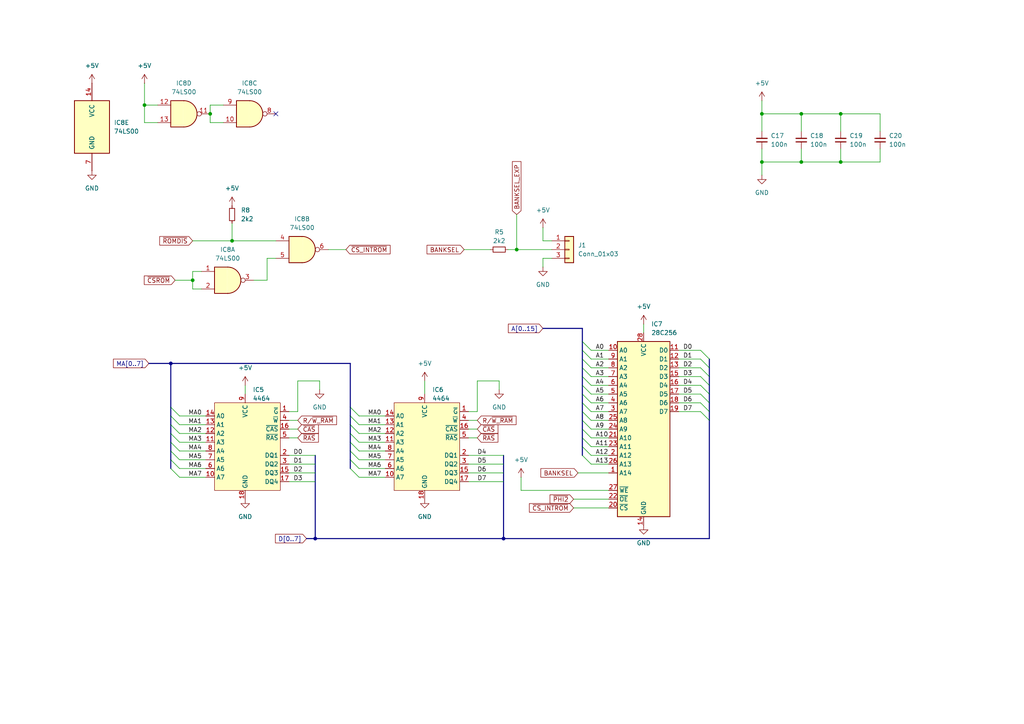
<source format=kicad_sch>
(kicad_sch
	(version 20231120)
	(generator "eeschema")
	(generator_version "8.0")
	(uuid "00492fe8-9d1f-4866-802d-d19648b2e16d")
	(paper "A4")
	(lib_symbols
		(symbol "74xx:74LS00"
			(pin_names
				(offset 1.016)
			)
			(exclude_from_sim no)
			(in_bom yes)
			(on_board yes)
			(property "Reference" "U"
				(at 0 1.27 0)
				(effects
					(font
						(size 1.27 1.27)
					)
				)
			)
			(property "Value" "74LS00"
				(at 0 -1.27 0)
				(effects
					(font
						(size 1.27 1.27)
					)
				)
			)
			(property "Footprint" ""
				(at 0 0 0)
				(effects
					(font
						(size 1.27 1.27)
					)
					(hide yes)
				)
			)
			(property "Datasheet" "http://www.ti.com/lit/gpn/sn74ls00"
				(at 0 0 0)
				(effects
					(font
						(size 1.27 1.27)
					)
					(hide yes)
				)
			)
			(property "Description" "quad 2-input NAND gate"
				(at 0 0 0)
				(effects
					(font
						(size 1.27 1.27)
					)
					(hide yes)
				)
			)
			(property "ki_locked" ""
				(at 0 0 0)
				(effects
					(font
						(size 1.27 1.27)
					)
				)
			)
			(property "ki_keywords" "TTL nand 2-input"
				(at 0 0 0)
				(effects
					(font
						(size 1.27 1.27)
					)
					(hide yes)
				)
			)
			(property "ki_fp_filters" "DIP*W7.62mm* SO14*"
				(at 0 0 0)
				(effects
					(font
						(size 1.27 1.27)
					)
					(hide yes)
				)
			)
			(symbol "74LS00_1_1"
				(arc
					(start 0 -3.81)
					(mid 3.7934 0)
					(end 0 3.81)
					(stroke
						(width 0.254)
						(type default)
					)
					(fill
						(type background)
					)
				)
				(polyline
					(pts
						(xy 0 3.81) (xy -3.81 3.81) (xy -3.81 -3.81) (xy 0 -3.81)
					)
					(stroke
						(width 0.254)
						(type default)
					)
					(fill
						(type background)
					)
				)
				(pin input line
					(at -7.62 2.54 0)
					(length 3.81)
					(name "~"
						(effects
							(font
								(size 1.27 1.27)
							)
						)
					)
					(number "1"
						(effects
							(font
								(size 1.27 1.27)
							)
						)
					)
				)
				(pin input line
					(at -7.62 -2.54 0)
					(length 3.81)
					(name "~"
						(effects
							(font
								(size 1.27 1.27)
							)
						)
					)
					(number "2"
						(effects
							(font
								(size 1.27 1.27)
							)
						)
					)
				)
				(pin output inverted
					(at 7.62 0 180)
					(length 3.81)
					(name "~"
						(effects
							(font
								(size 1.27 1.27)
							)
						)
					)
					(number "3"
						(effects
							(font
								(size 1.27 1.27)
							)
						)
					)
				)
			)
			(symbol "74LS00_1_2"
				(arc
					(start -3.81 -3.81)
					(mid -2.589 0)
					(end -3.81 3.81)
					(stroke
						(width 0.254)
						(type default)
					)
					(fill
						(type none)
					)
				)
				(arc
					(start -0.6096 -3.81)
					(mid 2.1842 -2.5851)
					(end 3.81 0)
					(stroke
						(width 0.254)
						(type default)
					)
					(fill
						(type background)
					)
				)
				(polyline
					(pts
						(xy -3.81 -3.81) (xy -0.635 -3.81)
					)
					(stroke
						(width 0.254)
						(type default)
					)
					(fill
						(type background)
					)
				)
				(polyline
					(pts
						(xy -3.81 3.81) (xy -0.635 3.81)
					)
					(stroke
						(width 0.254)
						(type default)
					)
					(fill
						(type background)
					)
				)
				(polyline
					(pts
						(xy -0.635 3.81) (xy -3.81 3.81) (xy -3.81 3.81) (xy -3.556 3.4036) (xy -3.0226 2.2606) (xy -2.6924 1.0414)
						(xy -2.6162 -0.254) (xy -2.7686 -1.4986) (xy -3.175 -2.7178) (xy -3.81 -3.81) (xy -3.81 -3.81)
						(xy -0.635 -3.81)
					)
					(stroke
						(width -25.4)
						(type default)
					)
					(fill
						(type background)
					)
				)
				(arc
					(start 3.81 0)
					(mid 2.1915 2.5936)
					(end -0.6096 3.81)
					(stroke
						(width 0.254)
						(type default)
					)
					(fill
						(type background)
					)
				)
				(pin input inverted
					(at -7.62 2.54 0)
					(length 4.318)
					(name "~"
						(effects
							(font
								(size 1.27 1.27)
							)
						)
					)
					(number "1"
						(effects
							(font
								(size 1.27 1.27)
							)
						)
					)
				)
				(pin input inverted
					(at -7.62 -2.54 0)
					(length 4.318)
					(name "~"
						(effects
							(font
								(size 1.27 1.27)
							)
						)
					)
					(number "2"
						(effects
							(font
								(size 1.27 1.27)
							)
						)
					)
				)
				(pin output line
					(at 7.62 0 180)
					(length 3.81)
					(name "~"
						(effects
							(font
								(size 1.27 1.27)
							)
						)
					)
					(number "3"
						(effects
							(font
								(size 1.27 1.27)
							)
						)
					)
				)
			)
			(symbol "74LS00_2_1"
				(arc
					(start 0 -3.81)
					(mid 3.7934 0)
					(end 0 3.81)
					(stroke
						(width 0.254)
						(type default)
					)
					(fill
						(type background)
					)
				)
				(polyline
					(pts
						(xy 0 3.81) (xy -3.81 3.81) (xy -3.81 -3.81) (xy 0 -3.81)
					)
					(stroke
						(width 0.254)
						(type default)
					)
					(fill
						(type background)
					)
				)
				(pin input line
					(at -7.62 2.54 0)
					(length 3.81)
					(name "~"
						(effects
							(font
								(size 1.27 1.27)
							)
						)
					)
					(number "4"
						(effects
							(font
								(size 1.27 1.27)
							)
						)
					)
				)
				(pin input line
					(at -7.62 -2.54 0)
					(length 3.81)
					(name "~"
						(effects
							(font
								(size 1.27 1.27)
							)
						)
					)
					(number "5"
						(effects
							(font
								(size 1.27 1.27)
							)
						)
					)
				)
				(pin output inverted
					(at 7.62 0 180)
					(length 3.81)
					(name "~"
						(effects
							(font
								(size 1.27 1.27)
							)
						)
					)
					(number "6"
						(effects
							(font
								(size 1.27 1.27)
							)
						)
					)
				)
			)
			(symbol "74LS00_2_2"
				(arc
					(start -3.81 -3.81)
					(mid -2.589 0)
					(end -3.81 3.81)
					(stroke
						(width 0.254)
						(type default)
					)
					(fill
						(type none)
					)
				)
				(arc
					(start -0.6096 -3.81)
					(mid 2.1842 -2.5851)
					(end 3.81 0)
					(stroke
						(width 0.254)
						(type default)
					)
					(fill
						(type background)
					)
				)
				(polyline
					(pts
						(xy -3.81 -3.81) (xy -0.635 -3.81)
					)
					(stroke
						(width 0.254)
						(type default)
					)
					(fill
						(type background)
					)
				)
				(polyline
					(pts
						(xy -3.81 3.81) (xy -0.635 3.81)
					)
					(stroke
						(width 0.254)
						(type default)
					)
					(fill
						(type background)
					)
				)
				(polyline
					(pts
						(xy -0.635 3.81) (xy -3.81 3.81) (xy -3.81 3.81) (xy -3.556 3.4036) (xy -3.0226 2.2606) (xy -2.6924 1.0414)
						(xy -2.6162 -0.254) (xy -2.7686 -1.4986) (xy -3.175 -2.7178) (xy -3.81 -3.81) (xy -3.81 -3.81)
						(xy -0.635 -3.81)
					)
					(stroke
						(width -25.4)
						(type default)
					)
					(fill
						(type background)
					)
				)
				(arc
					(start 3.81 0)
					(mid 2.1915 2.5936)
					(end -0.6096 3.81)
					(stroke
						(width 0.254)
						(type default)
					)
					(fill
						(type background)
					)
				)
				(pin input inverted
					(at -7.62 2.54 0)
					(length 4.318)
					(name "~"
						(effects
							(font
								(size 1.27 1.27)
							)
						)
					)
					(number "4"
						(effects
							(font
								(size 1.27 1.27)
							)
						)
					)
				)
				(pin input inverted
					(at -7.62 -2.54 0)
					(length 4.318)
					(name "~"
						(effects
							(font
								(size 1.27 1.27)
							)
						)
					)
					(number "5"
						(effects
							(font
								(size 1.27 1.27)
							)
						)
					)
				)
				(pin output line
					(at 7.62 0 180)
					(length 3.81)
					(name "~"
						(effects
							(font
								(size 1.27 1.27)
							)
						)
					)
					(number "6"
						(effects
							(font
								(size 1.27 1.27)
							)
						)
					)
				)
			)
			(symbol "74LS00_3_1"
				(arc
					(start 0 -3.81)
					(mid 3.7934 0)
					(end 0 3.81)
					(stroke
						(width 0.254)
						(type default)
					)
					(fill
						(type background)
					)
				)
				(polyline
					(pts
						(xy 0 3.81) (xy -3.81 3.81) (xy -3.81 -3.81) (xy 0 -3.81)
					)
					(stroke
						(width 0.254)
						(type default)
					)
					(fill
						(type background)
					)
				)
				(pin input line
					(at -7.62 -2.54 0)
					(length 3.81)
					(name "~"
						(effects
							(font
								(size 1.27 1.27)
							)
						)
					)
					(number "10"
						(effects
							(font
								(size 1.27 1.27)
							)
						)
					)
				)
				(pin output inverted
					(at 7.62 0 180)
					(length 3.81)
					(name "~"
						(effects
							(font
								(size 1.27 1.27)
							)
						)
					)
					(number "8"
						(effects
							(font
								(size 1.27 1.27)
							)
						)
					)
				)
				(pin input line
					(at -7.62 2.54 0)
					(length 3.81)
					(name "~"
						(effects
							(font
								(size 1.27 1.27)
							)
						)
					)
					(number "9"
						(effects
							(font
								(size 1.27 1.27)
							)
						)
					)
				)
			)
			(symbol "74LS00_3_2"
				(arc
					(start -3.81 -3.81)
					(mid -2.589 0)
					(end -3.81 3.81)
					(stroke
						(width 0.254)
						(type default)
					)
					(fill
						(type none)
					)
				)
				(arc
					(start -0.6096 -3.81)
					(mid 2.1842 -2.5851)
					(end 3.81 0)
					(stroke
						(width 0.254)
						(type default)
					)
					(fill
						(type background)
					)
				)
				(polyline
					(pts
						(xy -3.81 -3.81) (xy -0.635 -3.81)
					)
					(stroke
						(width 0.254)
						(type default)
					)
					(fill
						(type background)
					)
				)
				(polyline
					(pts
						(xy -3.81 3.81) (xy -0.635 3.81)
					)
					(stroke
						(width 0.254)
						(type default)
					)
					(fill
						(type background)
					)
				)
				(polyline
					(pts
						(xy -0.635 3.81) (xy -3.81 3.81) (xy -3.81 3.81) (xy -3.556 3.4036) (xy -3.0226 2.2606) (xy -2.6924 1.0414)
						(xy -2.6162 -0.254) (xy -2.7686 -1.4986) (xy -3.175 -2.7178) (xy -3.81 -3.81) (xy -3.81 -3.81)
						(xy -0.635 -3.81)
					)
					(stroke
						(width -25.4)
						(type default)
					)
					(fill
						(type background)
					)
				)
				(arc
					(start 3.81 0)
					(mid 2.1915 2.5936)
					(end -0.6096 3.81)
					(stroke
						(width 0.254)
						(type default)
					)
					(fill
						(type background)
					)
				)
				(pin input inverted
					(at -7.62 -2.54 0)
					(length 4.318)
					(name "~"
						(effects
							(font
								(size 1.27 1.27)
							)
						)
					)
					(number "10"
						(effects
							(font
								(size 1.27 1.27)
							)
						)
					)
				)
				(pin output line
					(at 7.62 0 180)
					(length 3.81)
					(name "~"
						(effects
							(font
								(size 1.27 1.27)
							)
						)
					)
					(number "8"
						(effects
							(font
								(size 1.27 1.27)
							)
						)
					)
				)
				(pin input inverted
					(at -7.62 2.54 0)
					(length 4.318)
					(name "~"
						(effects
							(font
								(size 1.27 1.27)
							)
						)
					)
					(number "9"
						(effects
							(font
								(size 1.27 1.27)
							)
						)
					)
				)
			)
			(symbol "74LS00_4_1"
				(arc
					(start 0 -3.81)
					(mid 3.7934 0)
					(end 0 3.81)
					(stroke
						(width 0.254)
						(type default)
					)
					(fill
						(type background)
					)
				)
				(polyline
					(pts
						(xy 0 3.81) (xy -3.81 3.81) (xy -3.81 -3.81) (xy 0 -3.81)
					)
					(stroke
						(width 0.254)
						(type default)
					)
					(fill
						(type background)
					)
				)
				(pin output inverted
					(at 7.62 0 180)
					(length 3.81)
					(name "~"
						(effects
							(font
								(size 1.27 1.27)
							)
						)
					)
					(number "11"
						(effects
							(font
								(size 1.27 1.27)
							)
						)
					)
				)
				(pin input line
					(at -7.62 2.54 0)
					(length 3.81)
					(name "~"
						(effects
							(font
								(size 1.27 1.27)
							)
						)
					)
					(number "12"
						(effects
							(font
								(size 1.27 1.27)
							)
						)
					)
				)
				(pin input line
					(at -7.62 -2.54 0)
					(length 3.81)
					(name "~"
						(effects
							(font
								(size 1.27 1.27)
							)
						)
					)
					(number "13"
						(effects
							(font
								(size 1.27 1.27)
							)
						)
					)
				)
			)
			(symbol "74LS00_4_2"
				(arc
					(start -3.81 -3.81)
					(mid -2.589 0)
					(end -3.81 3.81)
					(stroke
						(width 0.254)
						(type default)
					)
					(fill
						(type none)
					)
				)
				(arc
					(start -0.6096 -3.81)
					(mid 2.1842 -2.5851)
					(end 3.81 0)
					(stroke
						(width 0.254)
						(type default)
					)
					(fill
						(type background)
					)
				)
				(polyline
					(pts
						(xy -3.81 -3.81) (xy -0.635 -3.81)
					)
					(stroke
						(width 0.254)
						(type default)
					)
					(fill
						(type background)
					)
				)
				(polyline
					(pts
						(xy -3.81 3.81) (xy -0.635 3.81)
					)
					(stroke
						(width 0.254)
						(type default)
					)
					(fill
						(type background)
					)
				)
				(polyline
					(pts
						(xy -0.635 3.81) (xy -3.81 3.81) (xy -3.81 3.81) (xy -3.556 3.4036) (xy -3.0226 2.2606) (xy -2.6924 1.0414)
						(xy -2.6162 -0.254) (xy -2.7686 -1.4986) (xy -3.175 -2.7178) (xy -3.81 -3.81) (xy -3.81 -3.81)
						(xy -0.635 -3.81)
					)
					(stroke
						(width -25.4)
						(type default)
					)
					(fill
						(type background)
					)
				)
				(arc
					(start 3.81 0)
					(mid 2.1915 2.5936)
					(end -0.6096 3.81)
					(stroke
						(width 0.254)
						(type default)
					)
					(fill
						(type background)
					)
				)
				(pin output line
					(at 7.62 0 180)
					(length 3.81)
					(name "~"
						(effects
							(font
								(size 1.27 1.27)
							)
						)
					)
					(number "11"
						(effects
							(font
								(size 1.27 1.27)
							)
						)
					)
				)
				(pin input inverted
					(at -7.62 2.54 0)
					(length 4.318)
					(name "~"
						(effects
							(font
								(size 1.27 1.27)
							)
						)
					)
					(number "12"
						(effects
							(font
								(size 1.27 1.27)
							)
						)
					)
				)
				(pin input inverted
					(at -7.62 -2.54 0)
					(length 4.318)
					(name "~"
						(effects
							(font
								(size 1.27 1.27)
							)
						)
					)
					(number "13"
						(effects
							(font
								(size 1.27 1.27)
							)
						)
					)
				)
			)
			(symbol "74LS00_5_0"
				(pin power_in line
					(at 0 12.7 270)
					(length 5.08)
					(name "VCC"
						(effects
							(font
								(size 1.27 1.27)
							)
						)
					)
					(number "14"
						(effects
							(font
								(size 1.27 1.27)
							)
						)
					)
				)
				(pin power_in line
					(at 0 -12.7 90)
					(length 5.08)
					(name "GND"
						(effects
							(font
								(size 1.27 1.27)
							)
						)
					)
					(number "7"
						(effects
							(font
								(size 1.27 1.27)
							)
						)
					)
				)
			)
			(symbol "74LS00_5_1"
				(rectangle
					(start -5.08 7.62)
					(end 5.08 -7.62)
					(stroke
						(width 0.254)
						(type default)
					)
					(fill
						(type background)
					)
				)
			)
		)
		(symbol "Connector_Generic:Conn_01x03"
			(pin_names
				(offset 1.016) hide)
			(exclude_from_sim no)
			(in_bom yes)
			(on_board yes)
			(property "Reference" "J"
				(at 0 5.08 0)
				(effects
					(font
						(size 1.27 1.27)
					)
				)
			)
			(property "Value" "Conn_01x03"
				(at 0 -5.08 0)
				(effects
					(font
						(size 1.27 1.27)
					)
				)
			)
			(property "Footprint" ""
				(at 0 0 0)
				(effects
					(font
						(size 1.27 1.27)
					)
					(hide yes)
				)
			)
			(property "Datasheet" "~"
				(at 0 0 0)
				(effects
					(font
						(size 1.27 1.27)
					)
					(hide yes)
				)
			)
			(property "Description" "Generic connector, single row, 01x03, script generated (kicad-library-utils/schlib/autogen/connector/)"
				(at 0 0 0)
				(effects
					(font
						(size 1.27 1.27)
					)
					(hide yes)
				)
			)
			(property "ki_keywords" "connector"
				(at 0 0 0)
				(effects
					(font
						(size 1.27 1.27)
					)
					(hide yes)
				)
			)
			(property "ki_fp_filters" "Connector*:*_1x??_*"
				(at 0 0 0)
				(effects
					(font
						(size 1.27 1.27)
					)
					(hide yes)
				)
			)
			(symbol "Conn_01x03_1_1"
				(rectangle
					(start -1.27 -2.413)
					(end 0 -2.667)
					(stroke
						(width 0.1524)
						(type default)
					)
					(fill
						(type none)
					)
				)
				(rectangle
					(start -1.27 0.127)
					(end 0 -0.127)
					(stroke
						(width 0.1524)
						(type default)
					)
					(fill
						(type none)
					)
				)
				(rectangle
					(start -1.27 2.667)
					(end 0 2.413)
					(stroke
						(width 0.1524)
						(type default)
					)
					(fill
						(type none)
					)
				)
				(rectangle
					(start -1.27 3.81)
					(end 1.27 -3.81)
					(stroke
						(width 0.254)
						(type default)
					)
					(fill
						(type background)
					)
				)
				(pin passive line
					(at -5.08 2.54 0)
					(length 3.81)
					(name "Pin_1"
						(effects
							(font
								(size 1.27 1.27)
							)
						)
					)
					(number "1"
						(effects
							(font
								(size 1.27 1.27)
							)
						)
					)
				)
				(pin passive line
					(at -5.08 0 0)
					(length 3.81)
					(name "Pin_2"
						(effects
							(font
								(size 1.27 1.27)
							)
						)
					)
					(number "2"
						(effects
							(font
								(size 1.27 1.27)
							)
						)
					)
				)
				(pin passive line
					(at -5.08 -2.54 0)
					(length 3.81)
					(name "Pin_3"
						(effects
							(font
								(size 1.27 1.27)
							)
						)
					)
					(number "3"
						(effects
							(font
								(size 1.27 1.27)
							)
						)
					)
				)
			)
		)
		(symbol "Device:C_Small"
			(pin_numbers hide)
			(pin_names
				(offset 0.254) hide)
			(exclude_from_sim no)
			(in_bom yes)
			(on_board yes)
			(property "Reference" "C"
				(at 0.254 1.778 0)
				(effects
					(font
						(size 1.27 1.27)
					)
					(justify left)
				)
			)
			(property "Value" "C_Small"
				(at 0.254 -2.032 0)
				(effects
					(font
						(size 1.27 1.27)
					)
					(justify left)
				)
			)
			(property "Footprint" ""
				(at 0 0 0)
				(effects
					(font
						(size 1.27 1.27)
					)
					(hide yes)
				)
			)
			(property "Datasheet" "~"
				(at 0 0 0)
				(effects
					(font
						(size 1.27 1.27)
					)
					(hide yes)
				)
			)
			(property "Description" "Unpolarized capacitor, small symbol"
				(at 0 0 0)
				(effects
					(font
						(size 1.27 1.27)
					)
					(hide yes)
				)
			)
			(property "ki_keywords" "capacitor cap"
				(at 0 0 0)
				(effects
					(font
						(size 1.27 1.27)
					)
					(hide yes)
				)
			)
			(property "ki_fp_filters" "C_*"
				(at 0 0 0)
				(effects
					(font
						(size 1.27 1.27)
					)
					(hide yes)
				)
			)
			(symbol "C_Small_0_1"
				(polyline
					(pts
						(xy -1.524 -0.508) (xy 1.524 -0.508)
					)
					(stroke
						(width 0.3302)
						(type default)
					)
					(fill
						(type none)
					)
				)
				(polyline
					(pts
						(xy -1.524 0.508) (xy 1.524 0.508)
					)
					(stroke
						(width 0.3048)
						(type default)
					)
					(fill
						(type none)
					)
				)
			)
			(symbol "C_Small_1_1"
				(pin passive line
					(at 0 2.54 270)
					(length 2.032)
					(name "~"
						(effects
							(font
								(size 1.27 1.27)
							)
						)
					)
					(number "1"
						(effects
							(font
								(size 1.27 1.27)
							)
						)
					)
				)
				(pin passive line
					(at 0 -2.54 90)
					(length 2.032)
					(name "~"
						(effects
							(font
								(size 1.27 1.27)
							)
						)
					)
					(number "2"
						(effects
							(font
								(size 1.27 1.27)
							)
						)
					)
				)
			)
		)
		(symbol "Device:R_Small"
			(pin_numbers hide)
			(pin_names
				(offset 0.254) hide)
			(exclude_from_sim no)
			(in_bom yes)
			(on_board yes)
			(property "Reference" "R"
				(at 0.762 0.508 0)
				(effects
					(font
						(size 1.27 1.27)
					)
					(justify left)
				)
			)
			(property "Value" "R_Small"
				(at 0.762 -1.016 0)
				(effects
					(font
						(size 1.27 1.27)
					)
					(justify left)
				)
			)
			(property "Footprint" ""
				(at 0 0 0)
				(effects
					(font
						(size 1.27 1.27)
					)
					(hide yes)
				)
			)
			(property "Datasheet" "~"
				(at 0 0 0)
				(effects
					(font
						(size 1.27 1.27)
					)
					(hide yes)
				)
			)
			(property "Description" "Resistor, small symbol"
				(at 0 0 0)
				(effects
					(font
						(size 1.27 1.27)
					)
					(hide yes)
				)
			)
			(property "ki_keywords" "R resistor"
				(at 0 0 0)
				(effects
					(font
						(size 1.27 1.27)
					)
					(hide yes)
				)
			)
			(property "ki_fp_filters" "R_*"
				(at 0 0 0)
				(effects
					(font
						(size 1.27 1.27)
					)
					(hide yes)
				)
			)
			(symbol "R_Small_0_1"
				(rectangle
					(start -0.762 1.778)
					(end 0.762 -1.778)
					(stroke
						(width 0.2032)
						(type default)
					)
					(fill
						(type none)
					)
				)
			)
			(symbol "R_Small_1_1"
				(pin passive line
					(at 0 2.54 270)
					(length 0.762)
					(name "~"
						(effects
							(font
								(size 1.27 1.27)
							)
						)
					)
					(number "1"
						(effects
							(font
								(size 1.27 1.27)
							)
						)
					)
				)
				(pin passive line
					(at 0 -2.54 90)
					(length 0.762)
					(name "~"
						(effects
							(font
								(size 1.27 1.27)
							)
						)
					)
					(number "2"
						(effects
							(font
								(size 1.27 1.27)
							)
						)
					)
				)
			)
		)
		(symbol "Memory_EEPROM:28C256"
			(exclude_from_sim no)
			(in_bom yes)
			(on_board yes)
			(property "Reference" "U"
				(at -7.62 26.67 0)
				(effects
					(font
						(size 1.27 1.27)
					)
				)
			)
			(property "Value" "28C256"
				(at 2.54 -26.67 0)
				(effects
					(font
						(size 1.27 1.27)
					)
					(justify left)
				)
			)
			(property "Footprint" ""
				(at 0 0 0)
				(effects
					(font
						(size 1.27 1.27)
					)
					(hide yes)
				)
			)
			(property "Datasheet" "http://ww1.microchip.com/downloads/en/DeviceDoc/doc0006.pdf"
				(at 0 0 0)
				(effects
					(font
						(size 1.27 1.27)
					)
					(hide yes)
				)
			)
			(property "Description" "Paged Parallel EEPROM 256Kb (32K x 8), DIP-28/SOIC-28"
				(at 0 0 0)
				(effects
					(font
						(size 1.27 1.27)
					)
					(hide yes)
				)
			)
			(property "ki_keywords" "Parallel EEPROM 256Kb"
				(at 0 0 0)
				(effects
					(font
						(size 1.27 1.27)
					)
					(hide yes)
				)
			)
			(property "ki_fp_filters" "DIP*W15.24mm* SOIC*7.5x17.9mm*P1.27mm*"
				(at 0 0 0)
				(effects
					(font
						(size 1.27 1.27)
					)
					(hide yes)
				)
			)
			(symbol "28C256_1_1"
				(rectangle
					(start -7.62 25.4)
					(end 7.62 -25.4)
					(stroke
						(width 0.254)
						(type default)
					)
					(fill
						(type background)
					)
				)
				(pin input line
					(at -10.16 -12.7 0)
					(length 2.54)
					(name "A14"
						(effects
							(font
								(size 1.27 1.27)
							)
						)
					)
					(number "1"
						(effects
							(font
								(size 1.27 1.27)
							)
						)
					)
				)
				(pin input line
					(at -10.16 22.86 0)
					(length 2.54)
					(name "A0"
						(effects
							(font
								(size 1.27 1.27)
							)
						)
					)
					(number "10"
						(effects
							(font
								(size 1.27 1.27)
							)
						)
					)
				)
				(pin tri_state line
					(at 10.16 22.86 180)
					(length 2.54)
					(name "D0"
						(effects
							(font
								(size 1.27 1.27)
							)
						)
					)
					(number "11"
						(effects
							(font
								(size 1.27 1.27)
							)
						)
					)
				)
				(pin tri_state line
					(at 10.16 20.32 180)
					(length 2.54)
					(name "D1"
						(effects
							(font
								(size 1.27 1.27)
							)
						)
					)
					(number "12"
						(effects
							(font
								(size 1.27 1.27)
							)
						)
					)
				)
				(pin tri_state line
					(at 10.16 17.78 180)
					(length 2.54)
					(name "D2"
						(effects
							(font
								(size 1.27 1.27)
							)
						)
					)
					(number "13"
						(effects
							(font
								(size 1.27 1.27)
							)
						)
					)
				)
				(pin power_in line
					(at 0 -27.94 90)
					(length 2.54)
					(name "GND"
						(effects
							(font
								(size 1.27 1.27)
							)
						)
					)
					(number "14"
						(effects
							(font
								(size 1.27 1.27)
							)
						)
					)
				)
				(pin tri_state line
					(at 10.16 15.24 180)
					(length 2.54)
					(name "D3"
						(effects
							(font
								(size 1.27 1.27)
							)
						)
					)
					(number "15"
						(effects
							(font
								(size 1.27 1.27)
							)
						)
					)
				)
				(pin tri_state line
					(at 10.16 12.7 180)
					(length 2.54)
					(name "D4"
						(effects
							(font
								(size 1.27 1.27)
							)
						)
					)
					(number "16"
						(effects
							(font
								(size 1.27 1.27)
							)
						)
					)
				)
				(pin tri_state line
					(at 10.16 10.16 180)
					(length 2.54)
					(name "D5"
						(effects
							(font
								(size 1.27 1.27)
							)
						)
					)
					(number "17"
						(effects
							(font
								(size 1.27 1.27)
							)
						)
					)
				)
				(pin tri_state line
					(at 10.16 7.62 180)
					(length 2.54)
					(name "D6"
						(effects
							(font
								(size 1.27 1.27)
							)
						)
					)
					(number "18"
						(effects
							(font
								(size 1.27 1.27)
							)
						)
					)
				)
				(pin tri_state line
					(at 10.16 5.08 180)
					(length 2.54)
					(name "D7"
						(effects
							(font
								(size 1.27 1.27)
							)
						)
					)
					(number "19"
						(effects
							(font
								(size 1.27 1.27)
							)
						)
					)
				)
				(pin input line
					(at -10.16 -7.62 0)
					(length 2.54)
					(name "A12"
						(effects
							(font
								(size 1.27 1.27)
							)
						)
					)
					(number "2"
						(effects
							(font
								(size 1.27 1.27)
							)
						)
					)
				)
				(pin input line
					(at -10.16 -22.86 0)
					(length 2.54)
					(name "~{CS}"
						(effects
							(font
								(size 1.27 1.27)
							)
						)
					)
					(number "20"
						(effects
							(font
								(size 1.27 1.27)
							)
						)
					)
				)
				(pin input line
					(at -10.16 -2.54 0)
					(length 2.54)
					(name "A10"
						(effects
							(font
								(size 1.27 1.27)
							)
						)
					)
					(number "21"
						(effects
							(font
								(size 1.27 1.27)
							)
						)
					)
				)
				(pin input line
					(at -10.16 -20.32 0)
					(length 2.54)
					(name "~{OE}"
						(effects
							(font
								(size 1.27 1.27)
							)
						)
					)
					(number "22"
						(effects
							(font
								(size 1.27 1.27)
							)
						)
					)
				)
				(pin input line
					(at -10.16 -5.08 0)
					(length 2.54)
					(name "A11"
						(effects
							(font
								(size 1.27 1.27)
							)
						)
					)
					(number "23"
						(effects
							(font
								(size 1.27 1.27)
							)
						)
					)
				)
				(pin input line
					(at -10.16 0 0)
					(length 2.54)
					(name "A9"
						(effects
							(font
								(size 1.27 1.27)
							)
						)
					)
					(number "24"
						(effects
							(font
								(size 1.27 1.27)
							)
						)
					)
				)
				(pin input line
					(at -10.16 2.54 0)
					(length 2.54)
					(name "A8"
						(effects
							(font
								(size 1.27 1.27)
							)
						)
					)
					(number "25"
						(effects
							(font
								(size 1.27 1.27)
							)
						)
					)
				)
				(pin input line
					(at -10.16 -10.16 0)
					(length 2.54)
					(name "A13"
						(effects
							(font
								(size 1.27 1.27)
							)
						)
					)
					(number "26"
						(effects
							(font
								(size 1.27 1.27)
							)
						)
					)
				)
				(pin input line
					(at -10.16 -17.78 0)
					(length 2.54)
					(name "~{WE}"
						(effects
							(font
								(size 1.27 1.27)
							)
						)
					)
					(number "27"
						(effects
							(font
								(size 1.27 1.27)
							)
						)
					)
				)
				(pin power_in line
					(at 0 27.94 270)
					(length 2.54)
					(name "VCC"
						(effects
							(font
								(size 1.27 1.27)
							)
						)
					)
					(number "28"
						(effects
							(font
								(size 1.27 1.27)
							)
						)
					)
				)
				(pin input line
					(at -10.16 5.08 0)
					(length 2.54)
					(name "A7"
						(effects
							(font
								(size 1.27 1.27)
							)
						)
					)
					(number "3"
						(effects
							(font
								(size 1.27 1.27)
							)
						)
					)
				)
				(pin input line
					(at -10.16 7.62 0)
					(length 2.54)
					(name "A6"
						(effects
							(font
								(size 1.27 1.27)
							)
						)
					)
					(number "4"
						(effects
							(font
								(size 1.27 1.27)
							)
						)
					)
				)
				(pin input line
					(at -10.16 10.16 0)
					(length 2.54)
					(name "A5"
						(effects
							(font
								(size 1.27 1.27)
							)
						)
					)
					(number "5"
						(effects
							(font
								(size 1.27 1.27)
							)
						)
					)
				)
				(pin input line
					(at -10.16 12.7 0)
					(length 2.54)
					(name "A4"
						(effects
							(font
								(size 1.27 1.27)
							)
						)
					)
					(number "6"
						(effects
							(font
								(size 1.27 1.27)
							)
						)
					)
				)
				(pin input line
					(at -10.16 15.24 0)
					(length 2.54)
					(name "A3"
						(effects
							(font
								(size 1.27 1.27)
							)
						)
					)
					(number "7"
						(effects
							(font
								(size 1.27 1.27)
							)
						)
					)
				)
				(pin input line
					(at -10.16 17.78 0)
					(length 2.54)
					(name "A2"
						(effects
							(font
								(size 1.27 1.27)
							)
						)
					)
					(number "8"
						(effects
							(font
								(size 1.27 1.27)
							)
						)
					)
				)
				(pin input line
					(at -10.16 20.32 0)
					(length 2.54)
					(name "A1"
						(effects
							(font
								(size 1.27 1.27)
							)
						)
					)
					(number "9"
						(effects
							(font
								(size 1.27 1.27)
							)
						)
					)
				)
			)
		)
		(symbol "ORIC:4464"
			(exclude_from_sim no)
			(in_bom yes)
			(on_board yes)
			(property "Reference" "U"
				(at -6.858 14.478 0)
				(effects
					(font
						(size 1.27 1.27)
					)
				)
			)
			(property "Value" ""
				(at -7.62 12.7 0)
				(effects
					(font
						(size 1.27 1.27)
					)
				)
			)
			(property "Footprint" ""
				(at -7.62 12.7 0)
				(effects
					(font
						(size 1.27 1.27)
					)
					(hide yes)
				)
			)
			(property "Datasheet" ""
				(at -7.62 12.7 0)
				(effects
					(font
						(size 1.27 1.27)
					)
					(hide yes)
				)
			)
			(property "Description" ""
				(at -7.62 12.7 0)
				(effects
					(font
						(size 1.27 1.27)
					)
					(hide yes)
				)
			)
			(symbol "4464_1_1"
				(rectangle
					(start -8.89 11.43)
					(end 10.16 -13.97)
					(stroke
						(width 0)
						(type default)
					)
					(fill
						(type background)
					)
				)
				(pin input line
					(at 12.7 8.89 180)
					(length 2.54)
					(name "~{G}"
						(effects
							(font
								(size 1.27 1.27)
							)
						)
					)
					(number "1"
						(effects
							(font
								(size 1.27 1.27)
							)
						)
					)
				)
				(pin input line
					(at -11.43 -10.16 0)
					(length 2.54)
					(name "A7"
						(effects
							(font
								(size 1.27 1.27)
							)
						)
					)
					(number "10"
						(effects
							(font
								(size 1.27 1.27)
							)
						)
					)
				)
				(pin input line
					(at -11.43 0 0)
					(length 2.54)
					(name "A3"
						(effects
							(font
								(size 1.27 1.27)
							)
						)
					)
					(number "11"
						(effects
							(font
								(size 1.27 1.27)
							)
						)
					)
				)
				(pin input line
					(at -11.43 2.54 0)
					(length 2.54)
					(name "A2"
						(effects
							(font
								(size 1.27 1.27)
							)
						)
					)
					(number "12"
						(effects
							(font
								(size 1.27 1.27)
							)
						)
					)
				)
				(pin input line
					(at -11.43 5.08 0)
					(length 2.54)
					(name "A1"
						(effects
							(font
								(size 1.27 1.27)
							)
						)
					)
					(number "13"
						(effects
							(font
								(size 1.27 1.27)
							)
						)
					)
				)
				(pin input line
					(at -11.43 7.62 0)
					(length 2.54)
					(name "A0"
						(effects
							(font
								(size 1.27 1.27)
							)
						)
					)
					(number "14"
						(effects
							(font
								(size 1.27 1.27)
							)
						)
					)
				)
				(pin input line
					(at 12.7 -8.89 180)
					(length 2.54)
					(name "DQ3"
						(effects
							(font
								(size 1.27 1.27)
							)
						)
					)
					(number "15"
						(effects
							(font
								(size 1.27 1.27)
							)
						)
					)
				)
				(pin input line
					(at 12.7 3.81 180)
					(length 2.54)
					(name "~{CAS}"
						(effects
							(font
								(size 1.27 1.27)
							)
						)
					)
					(number "16"
						(effects
							(font
								(size 1.27 1.27)
							)
						)
					)
				)
				(pin input line
					(at 12.7 -11.43 180)
					(length 2.54)
					(name "DQ4"
						(effects
							(font
								(size 1.27 1.27)
							)
						)
					)
					(number "17"
						(effects
							(font
								(size 1.27 1.27)
							)
						)
					)
				)
				(pin power_in line
					(at 0 -16.51 90)
					(length 2.54)
					(name "GND"
						(effects
							(font
								(size 1.27 1.27)
							)
						)
					)
					(number "18"
						(effects
							(font
								(size 1.27 1.27)
							)
						)
					)
				)
				(pin input line
					(at 12.7 -3.81 180)
					(length 2.54)
					(name "DQ1"
						(effects
							(font
								(size 1.27 1.27)
							)
						)
					)
					(number "2"
						(effects
							(font
								(size 1.27 1.27)
							)
						)
					)
				)
				(pin input line
					(at 12.7 -6.35 180)
					(length 2.54)
					(name "DQ2"
						(effects
							(font
								(size 1.27 1.27)
							)
						)
					)
					(number "3"
						(effects
							(font
								(size 1.27 1.27)
							)
						)
					)
				)
				(pin input line
					(at 12.7 6.35 180)
					(length 2.54)
					(name "~{W}"
						(effects
							(font
								(size 1.27 1.27)
							)
						)
					)
					(number "4"
						(effects
							(font
								(size 1.27 1.27)
							)
						)
					)
				)
				(pin input line
					(at 12.7 1.27 180)
					(length 2.54)
					(name "~{RAS}"
						(effects
							(font
								(size 1.27 1.27)
							)
						)
					)
					(number "5"
						(effects
							(font
								(size 1.27 1.27)
							)
						)
					)
				)
				(pin input line
					(at -11.43 -7.62 0)
					(length 2.54)
					(name "A6"
						(effects
							(font
								(size 1.27 1.27)
							)
						)
					)
					(number "6"
						(effects
							(font
								(size 1.27 1.27)
							)
						)
					)
				)
				(pin input line
					(at -11.43 -5.08 0)
					(length 2.54)
					(name "A5"
						(effects
							(font
								(size 1.27 1.27)
							)
						)
					)
					(number "7"
						(effects
							(font
								(size 1.27 1.27)
							)
						)
					)
				)
				(pin input line
					(at -11.43 -2.54 0)
					(length 2.54)
					(name "A4"
						(effects
							(font
								(size 1.27 1.27)
							)
						)
					)
					(number "8"
						(effects
							(font
								(size 1.27 1.27)
							)
						)
					)
				)
				(pin power_in line
					(at 0 13.97 270)
					(length 2.54)
					(name "VCC"
						(effects
							(font
								(size 1.27 1.27)
							)
						)
					)
					(number "9"
						(effects
							(font
								(size 1.27 1.27)
							)
						)
					)
				)
			)
		)
		(symbol "power:+5V"
			(power)
			(pin_numbers hide)
			(pin_names
				(offset 0) hide)
			(exclude_from_sim no)
			(in_bom yes)
			(on_board yes)
			(property "Reference" "#PWR"
				(at 0 -3.81 0)
				(effects
					(font
						(size 1.27 1.27)
					)
					(hide yes)
				)
			)
			(property "Value" "+5V"
				(at 0 3.556 0)
				(effects
					(font
						(size 1.27 1.27)
					)
				)
			)
			(property "Footprint" ""
				(at 0 0 0)
				(effects
					(font
						(size 1.27 1.27)
					)
					(hide yes)
				)
			)
			(property "Datasheet" ""
				(at 0 0 0)
				(effects
					(font
						(size 1.27 1.27)
					)
					(hide yes)
				)
			)
			(property "Description" "Power symbol creates a global label with name \"+5V\""
				(at 0 0 0)
				(effects
					(font
						(size 1.27 1.27)
					)
					(hide yes)
				)
			)
			(property "ki_keywords" "global power"
				(at 0 0 0)
				(effects
					(font
						(size 1.27 1.27)
					)
					(hide yes)
				)
			)
			(symbol "+5V_0_1"
				(polyline
					(pts
						(xy -0.762 1.27) (xy 0 2.54)
					)
					(stroke
						(width 0)
						(type default)
					)
					(fill
						(type none)
					)
				)
				(polyline
					(pts
						(xy 0 0) (xy 0 2.54)
					)
					(stroke
						(width 0)
						(type default)
					)
					(fill
						(type none)
					)
				)
				(polyline
					(pts
						(xy 0 2.54) (xy 0.762 1.27)
					)
					(stroke
						(width 0)
						(type default)
					)
					(fill
						(type none)
					)
				)
			)
			(symbol "+5V_1_1"
				(pin power_in line
					(at 0 0 90)
					(length 0)
					(name "~"
						(effects
							(font
								(size 1.27 1.27)
							)
						)
					)
					(number "1"
						(effects
							(font
								(size 1.27 1.27)
							)
						)
					)
				)
			)
		)
		(symbol "power:GND"
			(power)
			(pin_numbers hide)
			(pin_names
				(offset 0) hide)
			(exclude_from_sim no)
			(in_bom yes)
			(on_board yes)
			(property "Reference" "#PWR"
				(at 0 -6.35 0)
				(effects
					(font
						(size 1.27 1.27)
					)
					(hide yes)
				)
			)
			(property "Value" "GND"
				(at 0 -3.81 0)
				(effects
					(font
						(size 1.27 1.27)
					)
				)
			)
			(property "Footprint" ""
				(at 0 0 0)
				(effects
					(font
						(size 1.27 1.27)
					)
					(hide yes)
				)
			)
			(property "Datasheet" ""
				(at 0 0 0)
				(effects
					(font
						(size 1.27 1.27)
					)
					(hide yes)
				)
			)
			(property "Description" "Power symbol creates a global label with name \"GND\" , ground"
				(at 0 0 0)
				(effects
					(font
						(size 1.27 1.27)
					)
					(hide yes)
				)
			)
			(property "ki_keywords" "global power"
				(at 0 0 0)
				(effects
					(font
						(size 1.27 1.27)
					)
					(hide yes)
				)
			)
			(symbol "GND_0_1"
				(polyline
					(pts
						(xy 0 0) (xy 0 -1.27) (xy 1.27 -1.27) (xy 0 -2.54) (xy -1.27 -1.27) (xy 0 -1.27)
					)
					(stroke
						(width 0)
						(type default)
					)
					(fill
						(type none)
					)
				)
			)
			(symbol "GND_1_1"
				(pin power_in line
					(at 0 0 270)
					(length 0)
					(name "~"
						(effects
							(font
								(size 1.27 1.27)
							)
						)
					)
					(number "1"
						(effects
							(font
								(size 1.27 1.27)
							)
						)
					)
				)
			)
		)
	)
	(junction
		(at 243.84 46.99)
		(diameter 0)
		(color 0 0 0 0)
		(uuid "03c5a608-bf02-4045-a4af-3bd4e5008fd2")
	)
	(junction
		(at 41.91 30.48)
		(diameter 0)
		(color 0 0 0 0)
		(uuid "071c18a7-797b-48b1-b183-3b6a08cf40fa")
	)
	(junction
		(at 91.44 156.21)
		(diameter 0)
		(color 0 0 0 0)
		(uuid "161a6939-1c2d-440b-928a-a9547e2742a1")
	)
	(junction
		(at 60.96 33.02)
		(diameter 0)
		(color 0 0 0 0)
		(uuid "4d37a355-4040-45db-9994-81e61880bf5d")
	)
	(junction
		(at 49.53 105.41)
		(diameter 0)
		(color 0 0 0 0)
		(uuid "624f7ebb-f435-4b7a-bef4-b16db0e22d82")
	)
	(junction
		(at 220.98 46.99)
		(diameter 0)
		(color 0 0 0 0)
		(uuid "69b3e5f0-c220-45a3-bcef-257353405128")
	)
	(junction
		(at 232.41 33.02)
		(diameter 0)
		(color 0 0 0 0)
		(uuid "73d726e6-4569-4a0e-b044-284aa152ad50")
	)
	(junction
		(at 55.88 81.28)
		(diameter 0)
		(color 0 0 0 0)
		(uuid "77dd247b-2964-4e6f-b9cd-2190214637c5")
	)
	(junction
		(at 67.31 69.85)
		(diameter 0)
		(color 0 0 0 0)
		(uuid "8be14b26-e874-4672-bf67-e2aa0ca45487")
	)
	(junction
		(at 232.41 46.99)
		(diameter 0)
		(color 0 0 0 0)
		(uuid "94aa74f0-ace7-402d-afea-584597538952")
	)
	(junction
		(at 146.05 156.21)
		(diameter 0)
		(color 0 0 0 0)
		(uuid "ae814cde-cf61-4a9d-823c-565803fdf8ec")
	)
	(junction
		(at 220.98 33.02)
		(diameter 0)
		(color 0 0 0 0)
		(uuid "b6321914-2834-4c1d-9692-b68d81e2bfa2")
	)
	(junction
		(at 149.86 72.39)
		(diameter 0)
		(color 0 0 0 0)
		(uuid "ebddf90b-131b-4241-80b7-76156070dbb8")
	)
	(junction
		(at 243.84 33.02)
		(diameter 0)
		(color 0 0 0 0)
		(uuid "f69fc7e7-95f8-49f1-96da-e3386baa15aa")
	)
	(no_connect
		(at 80.01 33.02)
		(uuid "a93176f4-d0d6-442c-965b-628039a0b6b3")
	)
	(bus_entry
		(at 49.53 128.27)
		(size 2.54 2.54)
		(stroke
			(width 0)
			(type default)
		)
		(uuid "001f5b31-94b3-4c4a-a609-de4d91e4125f")
	)
	(bus_entry
		(at 203.2 114.3)
		(size 2.54 2.54)
		(stroke
			(width 0)
			(type default)
		)
		(uuid "06d8b092-246f-45f6-87c7-363e07ce461e")
	)
	(bus_entry
		(at 168.91 121.92)
		(size 2.54 2.54)
		(stroke
			(width 0)
			(type default)
		)
		(uuid "06e07b29-3ccb-4399-98d7-2e7b970c56b7")
	)
	(bus_entry
		(at 168.91 116.84)
		(size 2.54 2.54)
		(stroke
			(width 0)
			(type default)
		)
		(uuid "07ae46c1-1e50-4a3b-ad09-1fd61c77cde1")
	)
	(bus_entry
		(at 101.6 133.35)
		(size 2.54 2.54)
		(stroke
			(width 0)
			(type default)
		)
		(uuid "0c5e10fe-fdc3-4cad-9fad-bf13847ecc06")
	)
	(bus_entry
		(at 49.53 118.11)
		(size 2.54 2.54)
		(stroke
			(width 0)
			(type default)
		)
		(uuid "0dec7fed-bc6e-43fd-9fc7-b1b108ffa460")
	)
	(bus_entry
		(at 168.91 132.08)
		(size 2.54 2.54)
		(stroke
			(width 0)
			(type default)
		)
		(uuid "1e407cfe-c6be-40e4-8bec-42016e026ada")
	)
	(bus_entry
		(at 168.91 114.3)
		(size 2.54 2.54)
		(stroke
			(width 0)
			(type default)
		)
		(uuid "1ed0c1d1-2f07-46e8-bdc2-d1a1e8b77232")
	)
	(bus_entry
		(at 49.53 125.73)
		(size 2.54 2.54)
		(stroke
			(width 0)
			(type default)
		)
		(uuid "28743bd3-9805-44ea-9ed8-178981bd43fc")
	)
	(bus_entry
		(at 101.6 120.65)
		(size 2.54 2.54)
		(stroke
			(width 0)
			(type default)
		)
		(uuid "31f6866c-aa71-4f11-bba7-80829420f85b")
	)
	(bus_entry
		(at 49.53 123.19)
		(size 2.54 2.54)
		(stroke
			(width 0)
			(type default)
		)
		(uuid "36e6105f-701a-4b3b-9600-9ac619f17cbe")
	)
	(bus_entry
		(at 203.2 119.38)
		(size 2.54 2.54)
		(stroke
			(width 0)
			(type default)
		)
		(uuid "3b2d00f1-4ad6-4957-9b5a-aef95dea26cf")
	)
	(bus_entry
		(at 101.6 130.81)
		(size 2.54 2.54)
		(stroke
			(width 0)
			(type default)
		)
		(uuid "4c1345b0-1d76-452c-929e-6bc04163a456")
	)
	(bus_entry
		(at 49.53 133.35)
		(size 2.54 2.54)
		(stroke
			(width 0)
			(type default)
		)
		(uuid "4fb09548-c8d6-4b85-a826-724792d70ce1")
	)
	(bus_entry
		(at 203.2 104.14)
		(size 2.54 2.54)
		(stroke
			(width 0)
			(type default)
		)
		(uuid "7168469c-66ee-4141-8c56-31fdac314e02")
	)
	(bus_entry
		(at 168.91 127)
		(size 2.54 2.54)
		(stroke
			(width 0)
			(type default)
		)
		(uuid "74464a88-eaae-4aa8-93c6-d89b7e4cbe84")
	)
	(bus_entry
		(at 49.53 130.81)
		(size 2.54 2.54)
		(stroke
			(width 0)
			(type default)
		)
		(uuid "744b8b01-41ff-4ff8-8af2-d8435383fad7")
	)
	(bus_entry
		(at 168.91 109.22)
		(size 2.54 2.54)
		(stroke
			(width 0)
			(type default)
		)
		(uuid "7999ce19-71db-4180-8d13-28ff29e55676")
	)
	(bus_entry
		(at 168.91 111.76)
		(size 2.54 2.54)
		(stroke
			(width 0)
			(type default)
		)
		(uuid "81334bf7-3188-4c71-b631-b6bb333824a0")
	)
	(bus_entry
		(at 101.6 128.27)
		(size 2.54 2.54)
		(stroke
			(width 0)
			(type default)
		)
		(uuid "878de3f1-2de5-402a-a01a-471431e65b5c")
	)
	(bus_entry
		(at 203.2 109.22)
		(size 2.54 2.54)
		(stroke
			(width 0)
			(type default)
		)
		(uuid "8f34c75a-0bf3-438c-9948-7cc1e72b006c")
	)
	(bus_entry
		(at 49.53 120.65)
		(size 2.54 2.54)
		(stroke
			(width 0)
			(type default)
		)
		(uuid "91c0e02d-937e-4e7e-a215-43da38835dfc")
	)
	(bus_entry
		(at 203.2 111.76)
		(size 2.54 2.54)
		(stroke
			(width 0)
			(type default)
		)
		(uuid "98770183-ec57-4624-bb1b-1c0ad8698abb")
	)
	(bus_entry
		(at 168.91 119.38)
		(size 2.54 2.54)
		(stroke
			(width 0)
			(type default)
		)
		(uuid "9cee64cb-87f3-43f4-b4f6-400b411865c6")
	)
	(bus_entry
		(at 168.91 106.68)
		(size 2.54 2.54)
		(stroke
			(width 0)
			(type default)
		)
		(uuid "a21083de-a81f-46bb-acb6-7d9eed0440e3")
	)
	(bus_entry
		(at 203.2 101.6)
		(size 2.54 2.54)
		(stroke
			(width 0)
			(type default)
		)
		(uuid "a56355a9-a6ec-4723-895a-661a824335ad")
	)
	(bus_entry
		(at 203.2 116.84)
		(size 2.54 2.54)
		(stroke
			(width 0)
			(type default)
		)
		(uuid "a87c765b-3b01-465f-8f46-08cde4db542a")
	)
	(bus_entry
		(at 168.91 99.06)
		(size 2.54 2.54)
		(stroke
			(width 0)
			(type default)
		)
		(uuid "b3883546-28bd-4a1a-9a42-c057ea7c5e94")
	)
	(bus_entry
		(at 168.91 124.46)
		(size 2.54 2.54)
		(stroke
			(width 0)
			(type default)
		)
		(uuid "c7a49278-e979-4591-b838-a3184c5170a5")
	)
	(bus_entry
		(at 101.6 123.19)
		(size 2.54 2.54)
		(stroke
			(width 0)
			(type default)
		)
		(uuid "d54d274d-04fc-40ca-aa62-b2e37e1e79ab")
	)
	(bus_entry
		(at 203.2 106.68)
		(size 2.54 2.54)
		(stroke
			(width 0)
			(type default)
		)
		(uuid "de767a71-37f4-44a1-8c09-4e17dfda5dec")
	)
	(bus_entry
		(at 168.91 129.54)
		(size 2.54 2.54)
		(stroke
			(width 0)
			(type default)
		)
		(uuid "eafd7c87-f724-40d3-9e23-3e8a5c52f60b")
	)
	(bus_entry
		(at 101.6 118.11)
		(size 2.54 2.54)
		(stroke
			(width 0)
			(type default)
		)
		(uuid "eb842275-8ab4-4f86-8338-2dcd56bde199")
	)
	(bus_entry
		(at 101.6 135.89)
		(size 2.54 2.54)
		(stroke
			(width 0)
			(type default)
		)
		(uuid "ec892c1c-cec9-47ae-83ea-1086dd84f0c0")
	)
	(bus_entry
		(at 168.91 104.14)
		(size 2.54 2.54)
		(stroke
			(width 0)
			(type default)
		)
		(uuid "ecadbd95-b6e0-4d63-aa20-f9e2f9a81169")
	)
	(bus_entry
		(at 49.53 135.89)
		(size 2.54 2.54)
		(stroke
			(width 0)
			(type default)
		)
		(uuid "ed224f2a-b703-4a61-9240-7a8e94c48171")
	)
	(bus_entry
		(at 101.6 125.73)
		(size 2.54 2.54)
		(stroke
			(width 0)
			(type default)
		)
		(uuid "f30f2ab7-5667-4393-ab20-9376dc13dbc5")
	)
	(bus_entry
		(at 168.91 101.6)
		(size 2.54 2.54)
		(stroke
			(width 0)
			(type default)
		)
		(uuid "f9c3a6f8-98cd-4f4c-821c-3804740c4ea6")
	)
	(bus
		(pts
			(xy 101.6 118.11) (xy 101.6 120.65)
		)
		(stroke
			(width 0)
			(type default)
		)
		(uuid "01d013d1-cf44-4f7c-ae89-c679e477c651")
	)
	(wire
		(pts
			(xy 45.72 35.56) (xy 41.91 35.56)
		)
		(stroke
			(width 0)
			(type default)
		)
		(uuid "022c9059-c9f9-42cb-9344-944a0563abe4")
	)
	(wire
		(pts
			(xy 55.88 78.74) (xy 55.88 81.28)
		)
		(stroke
			(width 0)
			(type default)
		)
		(uuid "02ef5830-8c86-49e7-9aac-1ff5d108abb1")
	)
	(wire
		(pts
			(xy 80.01 74.93) (xy 77.47 74.93)
		)
		(stroke
			(width 0)
			(type default)
		)
		(uuid "0a3190f3-7404-4ac6-9a6e-45665806c961")
	)
	(wire
		(pts
			(xy 160.02 74.93) (xy 157.48 74.93)
		)
		(stroke
			(width 0)
			(type default)
		)
		(uuid "0a602a85-ea93-43fb-bad8-304bbd004f8c")
	)
	(wire
		(pts
			(xy 166.37 147.32) (xy 176.53 147.32)
		)
		(stroke
			(width 0)
			(type default)
		)
		(uuid "0e3fac2f-6b4a-4819-83d8-f5711e849325")
	)
	(wire
		(pts
			(xy 196.85 114.3) (xy 203.2 114.3)
		)
		(stroke
			(width 0)
			(type default)
		)
		(uuid "0fde93d5-2a2f-4835-9977-e4f81a085f55")
	)
	(wire
		(pts
			(xy 104.14 128.27) (xy 111.76 128.27)
		)
		(stroke
			(width 0)
			(type default)
		)
		(uuid "176a4730-d087-41e7-bc69-3eaaeed88529")
	)
	(bus
		(pts
			(xy 49.53 125.73) (xy 49.53 128.27)
		)
		(stroke
			(width 0)
			(type default)
		)
		(uuid "194f2f24-2cae-44ce-9e16-525931a21d2d")
	)
	(bus
		(pts
			(xy 205.74 109.22) (xy 205.74 111.76)
		)
		(stroke
			(width 0)
			(type default)
		)
		(uuid "19764c40-cab3-4ad1-99f0-2f9d893368c1")
	)
	(wire
		(pts
			(xy 220.98 33.02) (xy 232.41 33.02)
		)
		(stroke
			(width 0)
			(type default)
		)
		(uuid "1a967e16-d809-4b31-b135-1d62448634b9")
	)
	(bus
		(pts
			(xy 101.6 125.73) (xy 101.6 128.27)
		)
		(stroke
			(width 0)
			(type default)
		)
		(uuid "1c39c2f1-417b-42bc-bd2f-c64966da2040")
	)
	(wire
		(pts
			(xy 52.07 123.19) (xy 59.69 123.19)
		)
		(stroke
			(width 0)
			(type default)
		)
		(uuid "1d097da2-5182-4a70-862c-f6d19ca1d2de")
	)
	(bus
		(pts
			(xy 49.53 130.81) (xy 49.53 133.35)
		)
		(stroke
			(width 0)
			(type default)
		)
		(uuid "1e6eb710-d838-4b95-a8e1-8609ea976531")
	)
	(wire
		(pts
			(xy 83.82 134.62) (xy 91.44 134.62)
		)
		(stroke
			(width 0)
			(type default)
		)
		(uuid "1ea217fb-0dc4-4d4d-941e-e1b7935e376f")
	)
	(bus
		(pts
			(xy 168.91 127) (xy 168.91 129.54)
		)
		(stroke
			(width 0)
			(type default)
		)
		(uuid "2052e54a-f3e0-4a96-959a-e3ff71374cf4")
	)
	(wire
		(pts
			(xy 135.89 121.92) (xy 138.43 121.92)
		)
		(stroke
			(width 0)
			(type default)
		)
		(uuid "24c3521a-d7ec-4a2b-858c-73c31dc7d3c0")
	)
	(wire
		(pts
			(xy 171.45 132.08) (xy 176.53 132.08)
		)
		(stroke
			(width 0)
			(type default)
		)
		(uuid "26fb2c8c-34e4-45da-ad35-f7b5bcd102ce")
	)
	(wire
		(pts
			(xy 232.41 33.02) (xy 232.41 38.1)
		)
		(stroke
			(width 0)
			(type default)
		)
		(uuid "29689e08-9865-4c2b-9aa1-0b1e72e20bfb")
	)
	(bus
		(pts
			(xy 205.74 121.92) (xy 205.74 156.21)
		)
		(stroke
			(width 0)
			(type default)
		)
		(uuid "2c69333c-8edc-45ca-bc0b-1ad312dd59f8")
	)
	(bus
		(pts
			(xy 91.44 156.21) (xy 146.05 156.21)
		)
		(stroke
			(width 0)
			(type default)
		)
		(uuid "2e6dad9f-d458-483c-b9ed-3ded45ab9ba3")
	)
	(bus
		(pts
			(xy 168.91 111.76) (xy 168.91 114.3)
		)
		(stroke
			(width 0)
			(type default)
		)
		(uuid "2f52087c-a09f-4493-9560-113416cdd286")
	)
	(wire
		(pts
			(xy 243.84 33.02) (xy 255.27 33.02)
		)
		(stroke
			(width 0)
			(type default)
		)
		(uuid "2fd91751-f8cb-4cc0-867f-69bdb29f8227")
	)
	(wire
		(pts
			(xy 83.82 137.16) (xy 91.44 137.16)
		)
		(stroke
			(width 0)
			(type default)
		)
		(uuid "3160b86f-b6d2-4c79-ac50-3078ffb115ad")
	)
	(wire
		(pts
			(xy 232.41 43.18) (xy 232.41 46.99)
		)
		(stroke
			(width 0)
			(type default)
		)
		(uuid "31e6e4f7-0c8c-4ef3-a48d-a8a954b8a4a8")
	)
	(wire
		(pts
			(xy 171.45 134.62) (xy 176.53 134.62)
		)
		(stroke
			(width 0)
			(type default)
		)
		(uuid "37ddcdd6-affd-4c1d-8730-43aab230e0f6")
	)
	(bus
		(pts
			(xy 168.91 109.22) (xy 168.91 111.76)
		)
		(stroke
			(width 0)
			(type default)
		)
		(uuid "3a952c96-feff-42cb-a823-62ac543d3a6a")
	)
	(wire
		(pts
			(xy 104.14 120.65) (xy 111.76 120.65)
		)
		(stroke
			(width 0)
			(type default)
		)
		(uuid "3b5d3631-365f-4f57-973f-8f67164f0b45")
	)
	(wire
		(pts
			(xy 243.84 43.18) (xy 243.84 46.99)
		)
		(stroke
			(width 0)
			(type default)
		)
		(uuid "3c4f667c-0d37-4825-a8da-d715c3690f52")
	)
	(wire
		(pts
			(xy 50.8 81.28) (xy 55.88 81.28)
		)
		(stroke
			(width 0)
			(type default)
		)
		(uuid "40838eb8-232c-4593-8710-446c9e4de377")
	)
	(bus
		(pts
			(xy 101.6 105.41) (xy 49.53 105.41)
		)
		(stroke
			(width 0)
			(type default)
		)
		(uuid "430b16b9-92ea-4323-9432-ac1440362513")
	)
	(wire
		(pts
			(xy 171.45 127) (xy 176.53 127)
		)
		(stroke
			(width 0)
			(type default)
		)
		(uuid "44dcb546-fd74-48f8-9fa6-9bd7c58fbea5")
	)
	(wire
		(pts
			(xy 171.45 106.68) (xy 176.53 106.68)
		)
		(stroke
			(width 0)
			(type default)
		)
		(uuid "467a2adb-bad8-4e2a-941e-85c5e0decdd9")
	)
	(wire
		(pts
			(xy 220.98 38.1) (xy 220.98 33.02)
		)
		(stroke
			(width 0)
			(type default)
		)
		(uuid "47b51ef2-126e-4e6e-9fab-ae6aa99d4967")
	)
	(bus
		(pts
			(xy 101.6 123.19) (xy 101.6 125.73)
		)
		(stroke
			(width 0)
			(type default)
		)
		(uuid "4821ee01-b399-4c57-baa2-c7e0869067bf")
	)
	(wire
		(pts
			(xy 104.14 125.73) (xy 111.76 125.73)
		)
		(stroke
			(width 0)
			(type default)
		)
		(uuid "4c279d0c-4925-4f37-ac00-877c0cabc226")
	)
	(wire
		(pts
			(xy 196.85 109.22) (xy 203.2 109.22)
		)
		(stroke
			(width 0)
			(type default)
		)
		(uuid "4d11e6c5-23cd-4fce-b5ce-b7ab2365e505")
	)
	(wire
		(pts
			(xy 83.82 119.38) (xy 86.36 119.38)
		)
		(stroke
			(width 0)
			(type default)
		)
		(uuid "50274ea5-bdcb-4734-a423-4e1262d79b48")
	)
	(wire
		(pts
			(xy 86.36 119.38) (xy 86.36 110.49)
		)
		(stroke
			(width 0)
			(type default)
		)
		(uuid "51cf5d02-f35a-4210-9abe-53751bf5b46d")
	)
	(wire
		(pts
			(xy 255.27 43.18) (xy 255.27 46.99)
		)
		(stroke
			(width 0)
			(type default)
		)
		(uuid "575cfcc4-4b3b-4ff9-9f8e-9d8614799e52")
	)
	(bus
		(pts
			(xy 49.53 123.19) (xy 49.53 125.73)
		)
		(stroke
			(width 0)
			(type default)
		)
		(uuid "576829d5-06d9-4003-b394-226586999f1d")
	)
	(wire
		(pts
			(xy 135.89 132.08) (xy 146.05 132.08)
		)
		(stroke
			(width 0)
			(type default)
		)
		(uuid "58ce828a-2560-430e-a963-a31369f3e1f9")
	)
	(wire
		(pts
			(xy 232.41 33.02) (xy 243.84 33.02)
		)
		(stroke
			(width 0)
			(type default)
		)
		(uuid "58cef47f-5467-43ec-8640-d8c4671f1403")
	)
	(bus
		(pts
			(xy 205.74 156.21) (xy 146.05 156.21)
		)
		(stroke
			(width 0)
			(type default)
		)
		(uuid "59569241-a583-47bc-bb41-9c8d7c348f30")
	)
	(wire
		(pts
			(xy 196.85 101.6) (xy 203.2 101.6)
		)
		(stroke
			(width 0)
			(type default)
		)
		(uuid "5a412f31-93ec-4831-aaeb-49647baf376c")
	)
	(bus
		(pts
			(xy 101.6 128.27) (xy 101.6 130.81)
		)
		(stroke
			(width 0)
			(type default)
		)
		(uuid "5aa43aa4-311d-46f0-9698-ab8fbaa5a3fa")
	)
	(wire
		(pts
			(xy 52.07 133.35) (xy 59.69 133.35)
		)
		(stroke
			(width 0)
			(type default)
		)
		(uuid "5ad6f388-d198-47da-b01b-db05d4afeea9")
	)
	(wire
		(pts
			(xy 135.89 119.38) (xy 138.43 119.38)
		)
		(stroke
			(width 0)
			(type default)
		)
		(uuid "5b78e675-9630-4bf8-a37e-9045698e8c43")
	)
	(bus
		(pts
			(xy 205.74 104.14) (xy 205.74 106.68)
		)
		(stroke
			(width 0)
			(type default)
		)
		(uuid "5cbaf660-cea0-41de-8fe9-d9b7508a6dcb")
	)
	(wire
		(pts
			(xy 134.62 72.39) (xy 142.24 72.39)
		)
		(stroke
			(width 0)
			(type default)
		)
		(uuid "5d75c579-4019-48ab-a5f0-62bbf19d8a14")
	)
	(wire
		(pts
			(xy 60.96 35.56) (xy 60.96 33.02)
		)
		(stroke
			(width 0)
			(type default)
		)
		(uuid "5f46d5e3-e2f2-402a-93ac-ce18ad48c9e2")
	)
	(wire
		(pts
			(xy 83.82 121.92) (xy 86.36 121.92)
		)
		(stroke
			(width 0)
			(type default)
		)
		(uuid "6447fda6-e85a-4f06-849d-beabe68e89dd")
	)
	(bus
		(pts
			(xy 168.91 99.06) (xy 168.91 101.6)
		)
		(stroke
			(width 0)
			(type default)
		)
		(uuid "662e64eb-e7d6-4224-89bc-e03fd904da46")
	)
	(wire
		(pts
			(xy 95.25 72.39) (xy 100.33 72.39)
		)
		(stroke
			(width 0)
			(type default)
		)
		(uuid "67d62eaa-cbc5-40a4-9f4a-f0f13eb06ea2")
	)
	(wire
		(pts
			(xy 64.77 35.56) (xy 60.96 35.56)
		)
		(stroke
			(width 0)
			(type default)
		)
		(uuid "684523c2-a017-4981-984a-498422f1ac1a")
	)
	(wire
		(pts
			(xy 55.88 83.82) (xy 58.42 83.82)
		)
		(stroke
			(width 0)
			(type default)
		)
		(uuid "69b7719b-06ab-4d99-87c5-02de795d2b29")
	)
	(wire
		(pts
			(xy 171.45 101.6) (xy 176.53 101.6)
		)
		(stroke
			(width 0)
			(type default)
		)
		(uuid "6a4ad468-2c1e-4906-a2fb-125d9c46bb19")
	)
	(wire
		(pts
			(xy 220.98 46.99) (xy 220.98 50.8)
		)
		(stroke
			(width 0)
			(type default)
		)
		(uuid "6b1de625-2716-4caa-b500-0dc25f03e227")
	)
	(wire
		(pts
			(xy 243.84 33.02) (xy 243.84 38.1)
		)
		(stroke
			(width 0)
			(type default)
		)
		(uuid "6b5a91af-e55e-4363-b559-922c5ddedcaa")
	)
	(bus
		(pts
			(xy 157.48 95.25) (xy 168.91 95.25)
		)
		(stroke
			(width 0)
			(type default)
		)
		(uuid "6c347df1-3b44-4e30-bcaa-c3a17b4755d5")
	)
	(wire
		(pts
			(xy 83.82 132.08) (xy 91.44 132.08)
		)
		(stroke
			(width 0)
			(type default)
		)
		(uuid "6eea6035-83ad-45ec-b98f-93d281aea996")
	)
	(wire
		(pts
			(xy 73.66 81.28) (xy 77.47 81.28)
		)
		(stroke
			(width 0)
			(type default)
		)
		(uuid "6f4fef45-22ee-46a8-b3a8-0dbb896fcde5")
	)
	(bus
		(pts
			(xy 168.91 104.14) (xy 168.91 106.68)
		)
		(stroke
			(width 0)
			(type default)
		)
		(uuid "70853a0e-4dae-4793-954f-223d07276904")
	)
	(wire
		(pts
			(xy 83.82 124.46) (xy 86.36 124.46)
		)
		(stroke
			(width 0)
			(type default)
		)
		(uuid "7397a6e6-ead9-4113-9a94-f71f1cfac080")
	)
	(wire
		(pts
			(xy 149.86 62.23) (xy 149.86 72.39)
		)
		(stroke
			(width 0)
			(type default)
		)
		(uuid "73cbb04b-6d94-492b-afe5-9fa9f1a74213")
	)
	(wire
		(pts
			(xy 52.07 138.43) (xy 59.69 138.43)
		)
		(stroke
			(width 0)
			(type default)
		)
		(uuid "7722b05d-878d-468c-9cd5-83611d5026d9")
	)
	(wire
		(pts
			(xy 151.13 138.43) (xy 151.13 142.24)
		)
		(stroke
			(width 0)
			(type default)
		)
		(uuid "776cd791-2256-441a-874a-c05824ae360f")
	)
	(wire
		(pts
			(xy 196.85 106.68) (xy 203.2 106.68)
		)
		(stroke
			(width 0)
			(type default)
		)
		(uuid "7a9b4818-2376-4358-a04d-7b0668579a41")
	)
	(bus
		(pts
			(xy 49.53 133.35) (xy 49.53 135.89)
		)
		(stroke
			(width 0)
			(type default)
		)
		(uuid "7aa73c32-6edb-46a2-9a93-664149ad7b4f")
	)
	(bus
		(pts
			(xy 205.74 116.84) (xy 205.74 119.38)
		)
		(stroke
			(width 0)
			(type default)
		)
		(uuid "7ac8bfb9-5ca5-4d5c-a755-9e04fa8c9cfd")
	)
	(wire
		(pts
			(xy 196.85 116.84) (xy 203.2 116.84)
		)
		(stroke
			(width 0)
			(type default)
		)
		(uuid "7c9faff7-4a61-4422-9ede-0efc4062003e")
	)
	(wire
		(pts
			(xy 58.42 78.74) (xy 55.88 78.74)
		)
		(stroke
			(width 0)
			(type default)
		)
		(uuid "7d75af4f-43ca-4c67-8724-bdfce8ab2f24")
	)
	(bus
		(pts
			(xy 168.91 121.92) (xy 168.91 124.46)
		)
		(stroke
			(width 0)
			(type default)
		)
		(uuid "7db3f183-d194-4768-8f3d-a56def1b1bcb")
	)
	(wire
		(pts
			(xy 92.71 110.49) (xy 92.71 113.03)
		)
		(stroke
			(width 0)
			(type default)
		)
		(uuid "8145e261-b366-487f-9168-363b22e80b74")
	)
	(wire
		(pts
			(xy 104.14 130.81) (xy 111.76 130.81)
		)
		(stroke
			(width 0)
			(type default)
		)
		(uuid "817c9469-daf4-4ecf-b140-27fe9e40bccd")
	)
	(wire
		(pts
			(xy 243.84 46.99) (xy 232.41 46.99)
		)
		(stroke
			(width 0)
			(type default)
		)
		(uuid "82e6d06d-6323-4b24-ab1b-691584f11aeb")
	)
	(bus
		(pts
			(xy 168.91 106.68) (xy 168.91 109.22)
		)
		(stroke
			(width 0)
			(type default)
		)
		(uuid "8401d93c-0ed6-4583-8393-ab2a43522d2b")
	)
	(bus
		(pts
			(xy 146.05 132.08) (xy 146.05 156.21)
		)
		(stroke
			(width 0)
			(type default)
		)
		(uuid "87dc6d1c-c807-4129-a171-cbc173b63bf9")
	)
	(wire
		(pts
			(xy 104.14 133.35) (xy 111.76 133.35)
		)
		(stroke
			(width 0)
			(type default)
		)
		(uuid "87f5aeee-3a5d-4f98-bffb-66398b02b294")
	)
	(wire
		(pts
			(xy 55.88 81.28) (xy 55.88 83.82)
		)
		(stroke
			(width 0)
			(type default)
		)
		(uuid "8cc98ef7-1ab4-4b89-b928-e7556a382c3e")
	)
	(wire
		(pts
			(xy 135.89 134.62) (xy 146.05 134.62)
		)
		(stroke
			(width 0)
			(type default)
		)
		(uuid "90f169ba-62dc-4c7a-8013-75afee64bd99")
	)
	(wire
		(pts
			(xy 123.19 110.49) (xy 123.19 114.3)
		)
		(stroke
			(width 0)
			(type default)
		)
		(uuid "91448a23-aa9d-42ae-b798-65d455c90d55")
	)
	(wire
		(pts
			(xy 135.89 124.46) (xy 138.43 124.46)
		)
		(stroke
			(width 0)
			(type default)
		)
		(uuid "91d0bec7-2dae-4c58-9bd3-c136306a7b21")
	)
	(wire
		(pts
			(xy 55.88 69.85) (xy 67.31 69.85)
		)
		(stroke
			(width 0)
			(type default)
		)
		(uuid "9216592d-f35c-4564-9ecc-9640a8ddf74a")
	)
	(bus
		(pts
			(xy 91.44 132.08) (xy 91.44 156.21)
		)
		(stroke
			(width 0)
			(type default)
		)
		(uuid "9401ca17-9be1-4d25-8bbf-44b36579748b")
	)
	(wire
		(pts
			(xy 157.48 69.85) (xy 160.02 69.85)
		)
		(stroke
			(width 0)
			(type default)
		)
		(uuid "95cc1213-1a8a-4986-8c6a-c378f6ab5d0b")
	)
	(wire
		(pts
			(xy 220.98 46.99) (xy 220.98 43.18)
		)
		(stroke
			(width 0)
			(type default)
		)
		(uuid "96beeb8a-25d0-4de1-a4b0-9bf7f30d5483")
	)
	(bus
		(pts
			(xy 49.53 118.11) (xy 49.53 120.65)
		)
		(stroke
			(width 0)
			(type default)
		)
		(uuid "97ec49e7-74f6-48e5-aebe-08808295e28c")
	)
	(wire
		(pts
			(xy 171.45 116.84) (xy 176.53 116.84)
		)
		(stroke
			(width 0)
			(type default)
		)
		(uuid "99edc6cf-020b-483f-9c55-714fcef8b670")
	)
	(bus
		(pts
			(xy 49.53 120.65) (xy 49.53 123.19)
		)
		(stroke
			(width 0)
			(type default)
		)
		(uuid "9a9b1dd4-fdf2-48ec-8128-07dd14a312c6")
	)
	(wire
		(pts
			(xy 138.43 119.38) (xy 138.43 110.49)
		)
		(stroke
			(width 0)
			(type default)
		)
		(uuid "9bee5f1d-0835-4d2c-8b2f-3b7d76b07e3b")
	)
	(wire
		(pts
			(xy 71.12 111.76) (xy 71.12 114.3)
		)
		(stroke
			(width 0)
			(type default)
		)
		(uuid "9dcbbfcc-7a96-4ebc-8018-0773c75b61c2")
	)
	(bus
		(pts
			(xy 168.91 119.38) (xy 168.91 121.92)
		)
		(stroke
			(width 0)
			(type default)
		)
		(uuid "9e737ef4-c846-4404-afd5-761baecf0e39")
	)
	(bus
		(pts
			(xy 205.74 111.76) (xy 205.74 114.3)
		)
		(stroke
			(width 0)
			(type default)
		)
		(uuid "9fc6810f-b9a6-458a-b546-9f393a906964")
	)
	(wire
		(pts
			(xy 41.91 30.48) (xy 45.72 30.48)
		)
		(stroke
			(width 0)
			(type default)
		)
		(uuid "a6f79713-bdbc-4864-a44b-1159482b0b82")
	)
	(bus
		(pts
			(xy 205.74 114.3) (xy 205.74 116.84)
		)
		(stroke
			(width 0)
			(type default)
		)
		(uuid "a8becf8e-2625-484e-9ba9-4fa9f7dab042")
	)
	(wire
		(pts
			(xy 138.43 110.49) (xy 144.78 110.49)
		)
		(stroke
			(width 0)
			(type default)
		)
		(uuid "a9059b36-9499-4772-91ba-d0242d711367")
	)
	(wire
		(pts
			(xy 41.91 35.56) (xy 41.91 30.48)
		)
		(stroke
			(width 0)
			(type default)
		)
		(uuid "ace020eb-9230-4481-a11d-9f0c41f5e82d")
	)
	(bus
		(pts
			(xy 168.91 114.3) (xy 168.91 116.84)
		)
		(stroke
			(width 0)
			(type default)
		)
		(uuid "ae832939-82dc-4aff-81bb-7a8e5203d8ae")
	)
	(wire
		(pts
			(xy 135.89 139.7) (xy 146.05 139.7)
		)
		(stroke
			(width 0)
			(type default)
		)
		(uuid "b0490ad0-6ffc-4677-ab86-36158c8539a7")
	)
	(wire
		(pts
			(xy 149.86 72.39) (xy 160.02 72.39)
		)
		(stroke
			(width 0)
			(type default)
		)
		(uuid "b0af774d-d252-4309-b7fd-6eeae033dfd0")
	)
	(wire
		(pts
			(xy 171.45 119.38) (xy 176.53 119.38)
		)
		(stroke
			(width 0)
			(type default)
		)
		(uuid "b4e22a0a-19da-4e97-8797-368adf21aa97")
	)
	(bus
		(pts
			(xy 168.91 99.06) (xy 168.91 95.25)
		)
		(stroke
			(width 0)
			(type default)
		)
		(uuid "b50495b5-d86e-49fa-8165-63ac721cdb43")
	)
	(wire
		(pts
			(xy 86.36 110.49) (xy 92.71 110.49)
		)
		(stroke
			(width 0)
			(type default)
		)
		(uuid "b6966926-b9a1-424e-888e-77c0bc9c0e7b")
	)
	(wire
		(pts
			(xy 83.82 127) (xy 86.36 127)
		)
		(stroke
			(width 0)
			(type default)
		)
		(uuid "b7e356bd-a15f-4282-b913-344078203f46")
	)
	(wire
		(pts
			(xy 157.48 74.93) (xy 157.48 77.47)
		)
		(stroke
			(width 0)
			(type default)
		)
		(uuid "bc15e005-ba7c-4d34-8b0a-c950f8a9a694")
	)
	(wire
		(pts
			(xy 67.31 69.85) (xy 80.01 69.85)
		)
		(stroke
			(width 0)
			(type default)
		)
		(uuid "bd51482c-dc3a-439f-b7bf-d558786caf49")
	)
	(bus
		(pts
			(xy 101.6 105.41) (xy 101.6 118.11)
		)
		(stroke
			(width 0)
			(type default)
		)
		(uuid "bf3f25a5-acb0-43dc-8345-c8b650aef0c3")
	)
	(wire
		(pts
			(xy 60.96 33.02) (xy 60.96 30.48)
		)
		(stroke
			(width 0)
			(type default)
		)
		(uuid "c0608b59-4147-407b-8901-9c3f49f18741")
	)
	(wire
		(pts
			(xy 77.47 74.93) (xy 77.47 81.28)
		)
		(stroke
			(width 0)
			(type default)
		)
		(uuid "c0daf4d5-8bf2-421e-a01c-674063036638")
	)
	(wire
		(pts
			(xy 157.48 66.04) (xy 157.48 69.85)
		)
		(stroke
			(width 0)
			(type default)
		)
		(uuid "c0ed3b0c-1991-4424-9ec0-336aa0e75890")
	)
	(wire
		(pts
			(xy 52.07 125.73) (xy 59.69 125.73)
		)
		(stroke
			(width 0)
			(type default)
		)
		(uuid "c2197e10-95b4-4b8c-8579-44f09937279d")
	)
	(wire
		(pts
			(xy 166.37 144.78) (xy 176.53 144.78)
		)
		(stroke
			(width 0)
			(type default)
		)
		(uuid "c32481f4-f6bd-4a4d-b521-12ef5d5bac65")
	)
	(wire
		(pts
			(xy 104.14 135.89) (xy 111.76 135.89)
		)
		(stroke
			(width 0)
			(type default)
		)
		(uuid "c389fa35-4166-4157-824e-9ca16d175098")
	)
	(wire
		(pts
			(xy 151.13 142.24) (xy 176.53 142.24)
		)
		(stroke
			(width 0)
			(type default)
		)
		(uuid "c7b643d5-9c72-443f-b141-1df7e2396c6c")
	)
	(bus
		(pts
			(xy 168.91 124.46) (xy 168.91 127)
		)
		(stroke
			(width 0)
			(type default)
		)
		(uuid "ca3ac498-df2f-46eb-b414-e06b32b7d346")
	)
	(wire
		(pts
			(xy 196.85 119.38) (xy 203.2 119.38)
		)
		(stroke
			(width 0)
			(type default)
		)
		(uuid "cbe191e0-d972-4622-8868-7261e00303f8")
	)
	(wire
		(pts
			(xy 135.89 127) (xy 138.43 127)
		)
		(stroke
			(width 0)
			(type default)
		)
		(uuid "cc7efee3-1274-4d1d-884d-00c44dc31c1f")
	)
	(wire
		(pts
			(xy 171.45 121.92) (xy 176.53 121.92)
		)
		(stroke
			(width 0)
			(type default)
		)
		(uuid "cf363c57-cbd2-4a11-b482-ee7453537453")
	)
	(bus
		(pts
			(xy 49.53 105.41) (xy 49.53 118.11)
		)
		(stroke
			(width 0)
			(type default)
		)
		(uuid "d1ee7302-cb55-4d7e-8173-34042bb06256")
	)
	(wire
		(pts
			(xy 171.45 129.54) (xy 176.53 129.54)
		)
		(stroke
			(width 0)
			(type default)
		)
		(uuid "d2436d8d-48e2-4c29-9354-af670111197f")
	)
	(wire
		(pts
			(xy 104.14 138.43) (xy 111.76 138.43)
		)
		(stroke
			(width 0)
			(type default)
		)
		(uuid "d4f4c450-7030-46f1-852f-c07e9b979127")
	)
	(wire
		(pts
			(xy 255.27 33.02) (xy 255.27 38.1)
		)
		(stroke
			(width 0)
			(type default)
		)
		(uuid "d5456ba4-021e-4a25-80dd-044e808250b9")
	)
	(wire
		(pts
			(xy 41.91 24.13) (xy 41.91 30.48)
		)
		(stroke
			(width 0)
			(type default)
		)
		(uuid "d7dcee3e-e4c1-48ac-b073-8faf7d87a60a")
	)
	(bus
		(pts
			(xy 101.6 120.65) (xy 101.6 123.19)
		)
		(stroke
			(width 0)
			(type default)
		)
		(uuid "d873065f-2e27-4ad1-a339-29b1a2081cb5")
	)
	(wire
		(pts
			(xy 144.78 110.49) (xy 144.78 113.03)
		)
		(stroke
			(width 0)
			(type default)
		)
		(uuid "d8a9532b-5d74-48aa-80bc-40baf03d00a8")
	)
	(wire
		(pts
			(xy 104.14 123.19) (xy 111.76 123.19)
		)
		(stroke
			(width 0)
			(type default)
		)
		(uuid "d961eba9-7355-4754-8c56-c733905f1f2d")
	)
	(wire
		(pts
			(xy 171.45 124.46) (xy 176.53 124.46)
		)
		(stroke
			(width 0)
			(type default)
		)
		(uuid "dd7f0644-8036-47dc-803f-67dca8ea5114")
	)
	(wire
		(pts
			(xy 67.31 64.77) (xy 67.31 69.85)
		)
		(stroke
			(width 0)
			(type default)
		)
		(uuid "ddb3a3c6-a75e-4ca8-bbd8-24e3c5d674cb")
	)
	(bus
		(pts
			(xy 43.18 105.41) (xy 49.53 105.41)
		)
		(stroke
			(width 0)
			(type default)
		)
		(uuid "de26e779-ef8e-4135-901e-fbd1d91834d7")
	)
	(wire
		(pts
			(xy 171.45 104.14) (xy 176.53 104.14)
		)
		(stroke
			(width 0)
			(type default)
		)
		(uuid "df10ae31-37b2-4b9d-bed8-18ec647e65ec")
	)
	(wire
		(pts
			(xy 147.32 72.39) (xy 149.86 72.39)
		)
		(stroke
			(width 0)
			(type default)
		)
		(uuid "dfdee73c-23aa-4e14-9297-a8bfd25261e4")
	)
	(bus
		(pts
			(xy 205.74 119.38) (xy 205.74 121.92)
		)
		(stroke
			(width 0)
			(type default)
		)
		(uuid "e0ba0e95-2e5b-4ed6-8464-590aec7ce0ca")
	)
	(wire
		(pts
			(xy 171.45 109.22) (xy 176.53 109.22)
		)
		(stroke
			(width 0)
			(type default)
		)
		(uuid "e16d0b6a-0c3b-481d-98b2-16ec772b0303")
	)
	(wire
		(pts
			(xy 135.89 137.16) (xy 146.05 137.16)
		)
		(stroke
			(width 0)
			(type default)
		)
		(uuid "e18304c5-3ea2-4957-9b88-9df89f72d151")
	)
	(bus
		(pts
			(xy 168.91 129.54) (xy 168.91 132.08)
		)
		(stroke
			(width 0)
			(type default)
		)
		(uuid "e199484c-2b1b-4610-9a7d-83c70fef9153")
	)
	(wire
		(pts
			(xy 167.64 137.16) (xy 176.53 137.16)
		)
		(stroke
			(width 0)
			(type default)
		)
		(uuid "e2f88436-da44-421b-8c8d-16e7e24f2d42")
	)
	(bus
		(pts
			(xy 49.53 128.27) (xy 49.53 130.81)
		)
		(stroke
			(width 0)
			(type default)
		)
		(uuid "e30a812b-51e7-43e1-a8bb-29c1923ce1b3")
	)
	(wire
		(pts
			(xy 52.07 120.65) (xy 59.69 120.65)
		)
		(stroke
			(width 0)
			(type default)
		)
		(uuid "e3111dd5-49c8-44c7-83ac-effea3895ee9")
	)
	(wire
		(pts
			(xy 255.27 46.99) (xy 243.84 46.99)
		)
		(stroke
			(width 0)
			(type default)
		)
		(uuid "e8de8b0f-3bb1-408b-89e5-cc7072b47033")
	)
	(wire
		(pts
			(xy 52.07 130.81) (xy 59.69 130.81)
		)
		(stroke
			(width 0)
			(type default)
		)
		(uuid "e977fd2c-e4ba-449f-a6df-209e12185c5c")
	)
	(wire
		(pts
			(xy 186.69 93.98) (xy 186.69 96.52)
		)
		(stroke
			(width 0)
			(type default)
		)
		(uuid "e99e6f33-dc7d-4b35-b639-9c18547a6aae")
	)
	(bus
		(pts
			(xy 168.91 101.6) (xy 168.91 104.14)
		)
		(stroke
			(width 0)
			(type default)
		)
		(uuid "eb9587e7-d32c-4aa0-97e0-79315d4f2d06")
	)
	(wire
		(pts
			(xy 60.96 30.48) (xy 64.77 30.48)
		)
		(stroke
			(width 0)
			(type default)
		)
		(uuid "eb9c2f09-30fd-4e99-bd34-f7acb5501ec7")
	)
	(wire
		(pts
			(xy 220.98 29.21) (xy 220.98 33.02)
		)
		(stroke
			(width 0)
			(type default)
		)
		(uuid "ed3b63d4-3db8-4e0d-806a-17109a8304a0")
	)
	(bus
		(pts
			(xy 101.6 130.81) (xy 101.6 133.35)
		)
		(stroke
			(width 0)
			(type default)
		)
		(uuid "ed78ee34-af8c-43ae-af42-ea62344d1ad3")
	)
	(wire
		(pts
			(xy 196.85 104.14) (xy 203.2 104.14)
		)
		(stroke
			(width 0)
			(type default)
		)
		(uuid "ed994dfa-d7f9-479b-a6de-4bb88a24e448")
	)
	(wire
		(pts
			(xy 171.45 114.3) (xy 176.53 114.3)
		)
		(stroke
			(width 0)
			(type default)
		)
		(uuid "ee0cbbf3-7c5d-422d-8fc2-4f3a114ad45a")
	)
	(bus
		(pts
			(xy 168.91 116.84) (xy 168.91 119.38)
		)
		(stroke
			(width 0)
			(type default)
		)
		(uuid "f20fed10-ecfd-4889-ba34-40dae5645465")
	)
	(wire
		(pts
			(xy 52.07 128.27) (xy 59.69 128.27)
		)
		(stroke
			(width 0)
			(type default)
		)
		(uuid "f2c7975b-90e8-4f65-9234-42fe2f942f0a")
	)
	(bus
		(pts
			(xy 88.9 156.21) (xy 91.44 156.21)
		)
		(stroke
			(width 0)
			(type default)
		)
		(uuid "f3bc8801-c40f-4499-aa7d-ced99971c180")
	)
	(wire
		(pts
			(xy 52.07 135.89) (xy 59.69 135.89)
		)
		(stroke
			(width 0)
			(type default)
		)
		(uuid "f7e10bac-38ba-4202-ada6-079c995dbe9e")
	)
	(wire
		(pts
			(xy 232.41 46.99) (xy 220.98 46.99)
		)
		(stroke
			(width 0)
			(type default)
		)
		(uuid "f83dd28b-d12b-43d3-b245-d2893db707d9")
	)
	(wire
		(pts
			(xy 196.85 111.76) (xy 203.2 111.76)
		)
		(stroke
			(width 0)
			(type default)
		)
		(uuid "f92083f6-bec8-44ad-9f65-a45c7cff0097")
	)
	(bus
		(pts
			(xy 101.6 133.35) (xy 101.6 135.89)
		)
		(stroke
			(width 0)
			(type default)
		)
		(uuid "f9ea8371-4d9f-4082-84df-6b44df3e8da3")
	)
	(bus
		(pts
			(xy 205.74 106.68) (xy 205.74 109.22)
		)
		(stroke
			(width 0)
			(type default)
		)
		(uuid "fc774e96-764c-49c2-8348-a6a4275569e9")
	)
	(wire
		(pts
			(xy 83.82 139.7) (xy 91.44 139.7)
		)
		(stroke
			(width 0)
			(type default)
		)
		(uuid "fdaa1b0f-b0f4-4e03-a754-f6506aaec738")
	)
	(wire
		(pts
			(xy 171.45 111.76) (xy 176.53 111.76)
		)
		(stroke
			(width 0)
			(type default)
		)
		(uuid "fe1f26b4-1221-4972-bed8-84f1eb6e94c2")
	)
	(label "A10"
		(at 172.72 127 0)
		(fields_autoplaced yes)
		(effects
			(font
				(size 1.27 1.27)
			)
			(justify left bottom)
		)
		(uuid "03a7d033-f9f8-4519-bba9-1d53723cce25")
	)
	(label "A6"
		(at 172.72 116.84 0)
		(fields_autoplaced yes)
		(effects
			(font
				(size 1.27 1.27)
			)
			(justify left bottom)
		)
		(uuid "07f88680-cf71-4324-82a9-86118b06b606")
	)
	(label "MA6"
		(at 54.61 135.89 0)
		(fields_autoplaced yes)
		(effects
			(font
				(size 1.27 1.27)
			)
			(justify left bottom)
		)
		(uuid "0bacbb40-5d17-46d5-bf6c-0cbb46ef4747")
	)
	(label "A12"
		(at 172.72 132.08 0)
		(fields_autoplaced yes)
		(effects
			(font
				(size 1.27 1.27)
			)
			(justify left bottom)
		)
		(uuid "10e63821-7a45-4796-88dd-5730b82f897a")
	)
	(label "A11"
		(at 172.72 129.54 0)
		(fields_autoplaced yes)
		(effects
			(font
				(size 1.27 1.27)
			)
			(justify left bottom)
		)
		(uuid "1659516d-b67f-434c-8be9-6bb709db50c0")
	)
	(label "A7"
		(at 172.72 119.38 0)
		(fields_autoplaced yes)
		(effects
			(font
				(size 1.27 1.27)
			)
			(justify left bottom)
		)
		(uuid "172fa118-7f11-4876-93ee-4691a4c27c58")
	)
	(label "MA2"
		(at 106.68 125.73 0)
		(fields_autoplaced yes)
		(effects
			(font
				(size 1.27 1.27)
			)
			(justify left bottom)
		)
		(uuid "1768aa0a-f513-4e0d-a9c0-ab90f851944a")
	)
	(label "MA7"
		(at 54.61 138.43 0)
		(fields_autoplaced yes)
		(effects
			(font
				(size 1.27 1.27)
			)
			(justify left bottom)
		)
		(uuid "23b05c36-5a27-46ac-8611-07709f88d565")
	)
	(label "D3"
		(at 198.12 109.22 0)
		(fields_autoplaced yes)
		(effects
			(font
				(size 1.27 1.27)
			)
			(justify left bottom)
		)
		(uuid "3865a90c-794b-4ed6-85f9-162cecf215aa")
	)
	(label "MA1"
		(at 54.61 123.19 0)
		(fields_autoplaced yes)
		(effects
			(font
				(size 1.27 1.27)
			)
			(justify left bottom)
		)
		(uuid "3d4f0e7e-d193-4d8d-a575-707bace790c1")
	)
	(label "MA3"
		(at 106.68 128.27 0)
		(fields_autoplaced yes)
		(effects
			(font
				(size 1.27 1.27)
			)
			(justify left bottom)
		)
		(uuid "40fe38fe-dd87-441c-a359-4c20d58dda5d")
	)
	(label "MA0"
		(at 106.68 120.65 0)
		(fields_autoplaced yes)
		(effects
			(font
				(size 1.27 1.27)
			)
			(justify left bottom)
		)
		(uuid "4336bed8-b016-465b-8ba3-309b6c729fa4")
	)
	(label "D1"
		(at 198.12 104.14 0)
		(fields_autoplaced yes)
		(effects
			(font
				(size 1.27 1.27)
			)
			(justify left bottom)
		)
		(uuid "438a7b24-79e7-4b27-b813-46fcf04a72fe")
	)
	(label "A8"
		(at 172.72 121.92 0)
		(fields_autoplaced yes)
		(effects
			(font
				(size 1.27 1.27)
			)
			(justify left bottom)
		)
		(uuid "44f05943-f653-4690-9079-d756bb8a1f29")
	)
	(label "MA6"
		(at 106.68 135.89 0)
		(fields_autoplaced yes)
		(effects
			(font
				(size 1.27 1.27)
			)
			(justify left bottom)
		)
		(uuid "4638711f-fb77-4cda-8c22-0753be235b6d")
	)
	(label "MA3"
		(at 54.61 128.27 0)
		(fields_autoplaced yes)
		(effects
			(font
				(size 1.27 1.27)
			)
			(justify left bottom)
		)
		(uuid "5f1e930f-1d75-4bf7-a71e-5d762d240870")
	)
	(label "MA2"
		(at 54.61 125.73 0)
		(fields_autoplaced yes)
		(effects
			(font
				(size 1.27 1.27)
			)
			(justify left bottom)
		)
		(uuid "5fe85a03-5877-439f-890f-e2c46f4e9bef")
	)
	(label "D2"
		(at 85.09 137.16 0)
		(fields_autoplaced yes)
		(effects
			(font
				(size 1.27 1.27)
			)
			(justify left bottom)
		)
		(uuid "605cc8de-50b8-45fa-95e3-8566239df41f")
	)
	(label "MA5"
		(at 106.68 133.35 0)
		(fields_autoplaced yes)
		(effects
			(font
				(size 1.27 1.27)
			)
			(justify left bottom)
		)
		(uuid "611f4468-387e-4aa3-86ab-06b2a1894819")
	)
	(label "A2"
		(at 172.72 106.68 0)
		(fields_autoplaced yes)
		(effects
			(font
				(size 1.27 1.27)
			)
			(justify left bottom)
		)
		(uuid "6e73110b-199a-4f70-8d18-ba0c18306551")
	)
	(label "A3"
		(at 172.72 109.22 0)
		(fields_autoplaced yes)
		(effects
			(font
				(size 1.27 1.27)
			)
			(justify left bottom)
		)
		(uuid "71ced921-ab12-46fa-91aa-a4bf917419b2")
	)
	(label "D4"
		(at 198.12 111.76 0)
		(fields_autoplaced yes)
		(effects
			(font
				(size 1.27 1.27)
			)
			(justify left bottom)
		)
		(uuid "83b19e37-dc4c-4274-be7a-b8ce6d19a9cd")
	)
	(label "A9"
		(at 172.72 124.46 0)
		(fields_autoplaced yes)
		(effects
			(font
				(size 1.27 1.27)
			)
			(justify left bottom)
		)
		(uuid "845d55b9-5944-48e7-9db1-f7f9e48be2bc")
	)
	(label "A4"
		(at 172.72 111.76 0)
		(fields_autoplaced yes)
		(effects
			(font
				(size 1.27 1.27)
			)
			(justify left bottom)
		)
		(uuid "895d1aff-92f6-44d2-b3ad-15f33ebc2459")
	)
	(label "MA1"
		(at 106.68 123.19 0)
		(fields_autoplaced yes)
		(effects
			(font
				(size 1.27 1.27)
			)
			(justify left bottom)
		)
		(uuid "90500ceb-aec8-4175-a4e1-f13fb1c9df7a")
	)
	(label "D4"
		(at 138.43 132.08 0)
		(fields_autoplaced yes)
		(effects
			(font
				(size 1.27 1.27)
			)
			(justify left bottom)
		)
		(uuid "9a2a1b47-67bc-4ee7-b968-3554cecb911b")
	)
	(label "D6"
		(at 198.12 116.84 0)
		(fields_autoplaced yes)
		(effects
			(font
				(size 1.27 1.27)
			)
			(justify left bottom)
		)
		(uuid "9e9056be-cdd9-4bcd-80ae-77e6b7999797")
	)
	(label "D6"
		(at 138.43 137.16 0)
		(fields_autoplaced yes)
		(effects
			(font
				(size 1.27 1.27)
			)
			(justify left bottom)
		)
		(uuid "9ffc7f74-7db9-4b21-9707-c0e575a5335d")
	)
	(label "D1"
		(at 85.09 134.62 0)
		(fields_autoplaced yes)
		(effects
			(font
				(size 1.27 1.27)
			)
			(justify left bottom)
		)
		(uuid "a4933ffe-3965-47b1-b4ab-12ebe32b443e")
	)
	(label "A0"
		(at 172.72 101.6 0)
		(fields_autoplaced yes)
		(effects
			(font
				(size 1.27 1.27)
			)
			(justify left bottom)
		)
		(uuid "b2fdcd3f-396e-4b00-853e-1643283a0d3f")
	)
	(label "D7"
		(at 198.12 119.38 0)
		(fields_autoplaced yes)
		(effects
			(font
				(size 1.27 1.27)
			)
			(justify left bottom)
		)
		(uuid "b5411c9d-3af7-47f1-8c80-871d164c1065")
	)
	(label "D0"
		(at 198.12 101.6 0)
		(fields_autoplaced yes)
		(effects
			(font
				(size 1.27 1.27)
			)
			(justify left bottom)
		)
		(uuid "b735dde9-b0e7-4a0a-b32f-d166a7725a2b")
	)
	(label "D0"
		(at 85.09 132.08 0)
		(fields_autoplaced yes)
		(effects
			(font
				(size 1.27 1.27)
			)
			(justify left bottom)
		)
		(uuid "bb27a710-05a4-4607-88d5-3c7ef68f77f2")
	)
	(label "A5"
		(at 172.72 114.3 0)
		(fields_autoplaced yes)
		(effects
			(font
				(size 1.27 1.27)
			)
			(justify left bottom)
		)
		(uuid "bbf130d0-3b21-4347-b53a-17b65618b0ad")
	)
	(label "MA4"
		(at 106.68 130.81 0)
		(fields_autoplaced yes)
		(effects
			(font
				(size 1.27 1.27)
			)
			(justify left bottom)
		)
		(uuid "bebcce2b-ecb1-469b-82ce-a36419fab4c2")
	)
	(label "D3"
		(at 85.09 139.7 0)
		(fields_autoplaced yes)
		(effects
			(font
				(size 1.27 1.27)
			)
			(justify left bottom)
		)
		(uuid "bec761fb-2f0d-4007-ac8d-f8086f5564c3")
	)
	(label "MA0"
		(at 54.61 120.65 0)
		(fields_autoplaced yes)
		(effects
			(font
				(size 1.27 1.27)
			)
			(justify left bottom)
		)
		(uuid "bf10715b-6d44-432b-a0c9-496b3711a0f2")
	)
	(label "A1"
		(at 172.72 104.14 0)
		(fields_autoplaced yes)
		(effects
			(font
				(size 1.27 1.27)
			)
			(justify left bottom)
		)
		(uuid "c052706b-6c6e-4158-b391-ab6c59c6e191")
	)
	(label "D5"
		(at 198.12 114.3 0)
		(fields_autoplaced yes)
		(effects
			(font
				(size 1.27 1.27)
			)
			(justify left bottom)
		)
		(uuid "c3e5cc7b-677b-445d-b378-2fa894e7529c")
	)
	(label "D5"
		(at 138.43 134.62 0)
		(fields_autoplaced yes)
		(effects
			(font
				(size 1.27 1.27)
			)
			(justify left bottom)
		)
		(uuid "ca546f33-f2c7-438a-812c-b478cf6e0dd4")
	)
	(label "A13"
		(at 172.72 134.62 0)
		(fields_autoplaced yes)
		(effects
			(font
				(size 1.27 1.27)
			)
			(justify left bottom)
		)
		(uuid "d1b95beb-d6fc-4ea2-917d-2c7e662ee531")
	)
	(label "MA4"
		(at 54.61 130.81 0)
		(fields_autoplaced yes)
		(effects
			(font
				(size 1.27 1.27)
			)
			(justify left bottom)
		)
		(uuid "d2e6642e-1572-40fa-891e-9968dbae7234")
	)
	(label "D7"
		(at 138.43 139.7 0)
		(fields_autoplaced yes)
		(effects
			(font
				(size 1.27 1.27)
			)
			(justify left bottom)
		)
		(uuid "d97599ef-92bd-459e-9598-5068d59bee58")
	)
	(label "MA7"
		(at 106.68 138.43 0)
		(fields_autoplaced yes)
		(effects
			(font
				(size 1.27 1.27)
			)
			(justify left bottom)
		)
		(uuid "f076479d-042b-48e8-896f-ba98ce33930c")
	)
	(label "MA5"
		(at 54.61 133.35 0)
		(fields_autoplaced yes)
		(effects
			(font
				(size 1.27 1.27)
			)
			(justify left bottom)
		)
		(uuid "f98db8d1-5c16-44f3-83b8-f106ad225652")
	)
	(label "D2"
		(at 198.12 106.68 0)
		(fields_autoplaced yes)
		(effects
			(font
				(size 1.27 1.27)
			)
			(justify left bottom)
		)
		(uuid "fb40b768-b75c-47a4-89c3-00cfaf3def38")
	)
	(global_label "~{CAS}"
		(shape input)
		(at 138.43 124.46 0)
		(fields_autoplaced yes)
		(effects
			(font
				(size 1.27 1.27)
			)
			(justify left)
		)
		(uuid "0c99d2ca-f582-400d-9c07-aafa491bae3a")
		(property "Intersheetrefs" "${INTERSHEET_REFS}"
			(at 144.9833 124.46 0)
			(effects
				(font
					(size 1.27 1.27)
				)
				(justify left)
				(hide yes)
			)
		)
	)
	(global_label "~{CS_INTROM}"
		(shape input)
		(at 100.33 72.39 0)
		(fields_autoplaced yes)
		(effects
			(font
				(size 1.27 1.27)
			)
			(justify left)
		)
		(uuid "19a7d68f-a8f4-4d78-8f06-1a108a1a0988")
		(property "Intersheetrefs" "${INTERSHEET_REFS}"
			(at 113.7171 72.39 0)
			(effects
				(font
					(size 1.27 1.27)
				)
				(justify left)
				(hide yes)
			)
		)
	)
	(global_label "~{PHI2}"
		(shape input)
		(at 166.37 144.78 180)
		(fields_autoplaced yes)
		(effects
			(font
				(size 1.27 1.27)
			)
			(justify right)
		)
		(uuid "1e168e2a-a4e8-44ff-a06b-b72ffdc96d4f")
		(property "Intersheetrefs" "${INTERSHEET_REFS}"
			(at 158.97 144.78 0)
			(effects
				(font
					(size 1.27 1.27)
				)
				(justify right)
				(hide yes)
			)
		)
	)
	(global_label "~{CAS}"
		(shape input)
		(at 86.36 124.46 0)
		(fields_autoplaced yes)
		(effects
			(font
				(size 1.27 1.27)
			)
			(justify left)
		)
		(uuid "2ec47b8e-fdf2-4820-912c-eb62d9a8b60c")
		(property "Intersheetrefs" "${INTERSHEET_REFS}"
			(at 92.9133 124.46 0)
			(effects
				(font
					(size 1.27 1.27)
				)
				(justify left)
				(hide yes)
			)
		)
	)
	(global_label "BANKSEL"
		(shape input)
		(at 167.64 137.16 180)
		(fields_autoplaced yes)
		(effects
			(font
				(size 1.27 1.27)
			)
			(justify right)
		)
		(uuid "48993cbd-ac7d-4ac5-8246-012153c57f20")
		(property "Intersheetrefs" "${INTERSHEET_REFS}"
			(at 156.3091 137.16 0)
			(effects
				(font
					(size 1.27 1.27)
				)
				(justify right)
				(hide yes)
			)
		)
	)
	(global_label "MA[0..7]"
		(shape input)
		(at 43.18 105.41 180)
		(fields_autoplaced yes)
		(effects
			(font
				(size 1.27 1.27)
			)
			(justify right)
		)
		(uuid "55509005-1be6-404b-8d25-e7c2172cb82c")
		(property "Intersheetrefs" "${INTERSHEET_REFS}"
			(at 32.3328 105.41 0)
			(effects
				(font
					(size 1.27 1.27)
				)
				(justify right)
				(hide yes)
			)
		)
	)
	(global_label "~{RAS}"
		(shape input)
		(at 86.36 127 0)
		(fields_autoplaced yes)
		(effects
			(font
				(size 1.27 1.27)
			)
			(justify left)
		)
		(uuid "682c8a40-6c5c-411b-b6bb-3ac56eee6101")
		(property "Intersheetrefs" "${INTERSHEET_REFS}"
			(at 92.9133 127 0)
			(effects
				(font
					(size 1.27 1.27)
				)
				(justify left)
				(hide yes)
			)
		)
	)
	(global_label "BANKSEL_EXP"
		(shape input)
		(at 149.86 62.23 90)
		(fields_autoplaced yes)
		(effects
			(font
				(size 1.27 1.27)
			)
			(justify left)
		)
		(uuid "776d558f-16c3-4e5b-9fa8-998b4521416d")
		(property "Intersheetrefs" "${INTERSHEET_REFS}"
			(at 149.86 46.303 90)
			(effects
				(font
					(size 1.27 1.27)
				)
				(justify left)
				(hide yes)
			)
		)
	)
	(global_label "BANKSEL"
		(shape input)
		(at 134.62 72.39 180)
		(fields_autoplaced yes)
		(effects
			(font
				(size 1.27 1.27)
			)
			(justify right)
		)
		(uuid "796eb841-1f0d-4513-b099-7e1295215a87")
		(property "Intersheetrefs" "${INTERSHEET_REFS}"
			(at 123.2891 72.39 0)
			(effects
				(font
					(size 1.27 1.27)
				)
				(justify right)
				(hide yes)
			)
		)
	)
	(global_label "~{CSROM}"
		(shape input)
		(at 50.8 81.28 180)
		(fields_autoplaced yes)
		(effects
			(font
				(size 1.27 1.27)
			)
			(justify right)
		)
		(uuid "93fbaa00-b679-4a21-8737-db9ce0c22aeb")
		(property "Intersheetrefs" "${INTERSHEET_REFS}"
			(at 41.2834 81.28 0)
			(effects
				(font
					(size 1.27 1.27)
				)
				(justify right)
				(hide yes)
			)
		)
	)
	(global_label "R{slash}~{W_RAM}"
		(shape input)
		(at 86.36 121.92 0)
		(fields_autoplaced yes)
		(effects
			(font
				(size 1.27 1.27)
			)
			(justify left)
		)
		(uuid "a56fd118-ac2f-40fd-b0b3-93d770df0615")
		(property "Intersheetrefs" "${INTERSHEET_REFS}"
			(at 98.1747 121.92 0)
			(effects
				(font
					(size 1.27 1.27)
				)
				(justify left)
				(hide yes)
			)
		)
	)
	(global_label "D[0..7]"
		(shape input)
		(at 88.9 156.21 180)
		(fields_autoplaced yes)
		(effects
			(font
				(size 1.27 1.27)
			)
			(justify right)
		)
		(uuid "b22d73b7-5de2-45c1-aeaa-a7fbfc6ac6e5")
		(property "Intersheetrefs" "${INTERSHEET_REFS}"
			(at 79.3228 156.21 0)
			(effects
				(font
					(size 1.27 1.27)
				)
				(justify right)
				(hide yes)
			)
		)
	)
	(global_label "~{CS_INTROM}"
		(shape input)
		(at 166.37 147.32 180)
		(fields_autoplaced yes)
		(effects
			(font
				(size 1.27 1.27)
			)
			(justify right)
		)
		(uuid "b426703f-eaa1-4e0e-bd8f-600457cb40c1")
		(property "Intersheetrefs" "${INTERSHEET_REFS}"
			(at 152.9829 147.32 0)
			(effects
				(font
					(size 1.27 1.27)
				)
				(justify right)
				(hide yes)
			)
		)
	)
	(global_label "~{RAS}"
		(shape input)
		(at 138.43 127 0)
		(fields_autoplaced yes)
		(effects
			(font
				(size 1.27 1.27)
			)
			(justify left)
		)
		(uuid "dadc3ef8-c87c-46df-acc7-675f1724e965")
		(property "Intersheetrefs" "${INTERSHEET_REFS}"
			(at 144.9833 127 0)
			(effects
				(font
					(size 1.27 1.27)
				)
				(justify left)
				(hide yes)
			)
		)
	)
	(global_label "A[0..15]"
		(shape input)
		(at 157.48 95.25 180)
		(fields_autoplaced yes)
		(effects
			(font
				(size 1.27 1.27)
			)
			(justify right)
		)
		(uuid "e4a32631-d612-4927-94e4-b0eb52e722f2")
		(property "Intersheetrefs" "${INTERSHEET_REFS}"
			(at 146.8747 95.25 0)
			(effects
				(font
					(size 1.27 1.27)
				)
				(justify right)
				(hide yes)
			)
		)
	)
	(global_label "~{ROMDIS}"
		(shape input)
		(at 55.88 69.85 180)
		(fields_autoplaced yes)
		(effects
			(font
				(size 1.27 1.27)
			)
			(justify right)
		)
		(uuid "eb6a023b-66ba-450b-a163-00ad5b6f9b10")
		(property "Intersheetrefs" "${INTERSHEET_REFS}"
			(at 45.7586 69.85 0)
			(effects
				(font
					(size 1.27 1.27)
				)
				(justify right)
				(hide yes)
			)
		)
	)
	(global_label "R{slash}~{W_RAM}"
		(shape input)
		(at 138.43 121.92 0)
		(fields_autoplaced yes)
		(effects
			(font
				(size 1.27 1.27)
			)
			(justify left)
		)
		(uuid "ff0e7346-4c25-4b05-bfb3-a3dc5cb523af")
		(property "Intersheetrefs" "${INTERSHEET_REFS}"
			(at 150.2447 121.92 0)
			(effects
				(font
					(size 1.27 1.27)
				)
				(justify left)
				(hide yes)
			)
		)
	)
	(symbol
		(lib_id "74xx:74LS00")
		(at 26.67 36.83 0)
		(unit 5)
		(exclude_from_sim no)
		(in_bom yes)
		(on_board yes)
		(dnp no)
		(fields_autoplaced yes)
		(uuid "134b4097-751d-466b-8a04-a8cca82fe8e7")
		(property "Reference" "IC8"
			(at 33.02 35.5599 0)
			(effects
				(font
					(size 1.27 1.27)
				)
				(justify left)
			)
		)
		(property "Value" "74LS00"
			(at 33.02 38.0999 0)
			(effects
				(font
					(size 1.27 1.27)
				)
				(justify left)
			)
		)
		(property "Footprint" "Package_DIP:DIP-14_W7.62mm_LongPads"
			(at 26.67 36.83 0)
			(effects
				(font
					(size 1.27 1.27)
				)
				(hide yes)
			)
		)
		(property "Datasheet" "http://www.ti.com/lit/gpn/sn74ls00"
			(at 26.67 36.83 0)
			(effects
				(font
					(size 1.27 1.27)
				)
				(hide yes)
			)
		)
		(property "Description" "quad 2-input NAND gate"
			(at 26.67 36.83 0)
			(effects
				(font
					(size 1.27 1.27)
				)
				(hide yes)
			)
		)
		(pin "5"
			(uuid "b42f43a5-c396-4128-89a6-e5550860007e")
		)
		(pin "12"
			(uuid "6d070c09-d648-4324-bcee-113a73ead353")
		)
		(pin "6"
			(uuid "d8b0633e-e993-4b8a-a125-d033f76332bf")
		)
		(pin "1"
			(uuid "b191b536-f624-4951-b3bd-6c7bb0487561")
		)
		(pin "7"
			(uuid "d090aff9-1b88-494c-a140-b0f55d6f62fd")
		)
		(pin "13"
			(uuid "cc178086-9db6-4b2a-b754-e6aeddd6df68")
		)
		(pin "2"
			(uuid "2b0bcbd0-803a-41df-a402-6255a044722f")
		)
		(pin "8"
			(uuid "b13f4c97-c85a-48f8-be2c-719c9ea349e2")
		)
		(pin "9"
			(uuid "eb5a8f72-2f1f-448d-98d0-b6f892cb6f17")
		)
		(pin "3"
			(uuid "435797fc-eb82-4d1b-b7d4-eb1a49373052")
		)
		(pin "14"
			(uuid "e09ac3ba-1733-4bb2-b7ee-00b4cd87fb74")
		)
		(pin "10"
			(uuid "892f9417-048f-41c5-bea1-b060fdbaaa05")
		)
		(pin "11"
			(uuid "66ca37bb-74d3-43b5-949e-530bf8e51689")
		)
		(pin "4"
			(uuid "3067c90d-5266-43a2-9895-f6fd60872cb0")
		)
		(instances
			(project ""
				(path "/28c317e7-0d18-4677-9992-e0b587dfd665/a59c7c3c-62c6-498e-813c-e050a79db9b3"
					(reference "IC8")
					(unit 5)
				)
			)
		)
	)
	(symbol
		(lib_id "power:+5V")
		(at 67.31 59.69 0)
		(unit 1)
		(exclude_from_sim no)
		(in_bom yes)
		(on_board yes)
		(dnp no)
		(fields_autoplaced yes)
		(uuid "18109e30-2fc7-40ad-82ba-41284a752438")
		(property "Reference" "#PWR022"
			(at 67.31 63.5 0)
			(effects
				(font
					(size 1.27 1.27)
				)
				(hide yes)
			)
		)
		(property "Value" "+5V"
			(at 67.31 54.61 0)
			(effects
				(font
					(size 1.27 1.27)
				)
			)
		)
		(property "Footprint" ""
			(at 67.31 59.69 0)
			(effects
				(font
					(size 1.27 1.27)
				)
				(hide yes)
			)
		)
		(property "Datasheet" ""
			(at 67.31 59.69 0)
			(effects
				(font
					(size 1.27 1.27)
				)
				(hide yes)
			)
		)
		(property "Description" "Power symbol creates a global label with name \"+5V\""
			(at 67.31 59.69 0)
			(effects
				(font
					(size 1.27 1.27)
				)
				(hide yes)
			)
		)
		(pin "1"
			(uuid "b20e7055-cf3a-48f8-bb5f-0f33d57c659a")
		)
		(instances
			(project "Oriclone"
				(path "/28c317e7-0d18-4677-9992-e0b587dfd665/a59c7c3c-62c6-498e-813c-e050a79db9b3"
					(reference "#PWR022")
					(unit 1)
				)
			)
		)
	)
	(symbol
		(lib_id "power:+5V")
		(at 151.13 138.43 0)
		(unit 1)
		(exclude_from_sim no)
		(in_bom yes)
		(on_board yes)
		(dnp no)
		(fields_autoplaced yes)
		(uuid "184f6e37-92ca-4317-a728-cba8f804203e")
		(property "Reference" "#PWR032"
			(at 151.13 142.24 0)
			(effects
				(font
					(size 1.27 1.27)
				)
				(hide yes)
			)
		)
		(property "Value" "+5V"
			(at 151.13 133.35 0)
			(effects
				(font
					(size 1.27 1.27)
				)
			)
		)
		(property "Footprint" ""
			(at 151.13 138.43 0)
			(effects
				(font
					(size 1.27 1.27)
				)
				(hide yes)
			)
		)
		(property "Datasheet" ""
			(at 151.13 138.43 0)
			(effects
				(font
					(size 1.27 1.27)
				)
				(hide yes)
			)
		)
		(property "Description" "Power symbol creates a global label with name \"+5V\""
			(at 151.13 138.43 0)
			(effects
				(font
					(size 1.27 1.27)
				)
				(hide yes)
			)
		)
		(pin "1"
			(uuid "d94a7eaf-1002-492d-a77f-a2086e4a405d")
		)
		(instances
			(project "Oriclone"
				(path "/28c317e7-0d18-4677-9992-e0b587dfd665/a59c7c3c-62c6-498e-813c-e050a79db9b3"
					(reference "#PWR032")
					(unit 1)
				)
			)
		)
	)
	(symbol
		(lib_id "74xx:74LS00")
		(at 72.39 33.02 0)
		(unit 3)
		(exclude_from_sim no)
		(in_bom yes)
		(on_board yes)
		(dnp no)
		(fields_autoplaced yes)
		(uuid "1c059ba9-93c1-45bd-aff7-9712392f1e76")
		(property "Reference" "IC8"
			(at 72.3817 24.13 0)
			(effects
				(font
					(size 1.27 1.27)
				)
			)
		)
		(property "Value" "74LS00"
			(at 72.3817 26.67 0)
			(effects
				(font
					(size 1.27 1.27)
				)
			)
		)
		(property "Footprint" "Package_DIP:DIP-14_W7.62mm_LongPads"
			(at 72.39 33.02 0)
			(effects
				(font
					(size 1.27 1.27)
				)
				(hide yes)
			)
		)
		(property "Datasheet" "http://www.ti.com/lit/gpn/sn74ls00"
			(at 72.39 33.02 0)
			(effects
				(font
					(size 1.27 1.27)
				)
				(hide yes)
			)
		)
		(property "Description" "quad 2-input NAND gate"
			(at 72.39 33.02 0)
			(effects
				(font
					(size 1.27 1.27)
				)
				(hide yes)
			)
		)
		(pin "10"
			(uuid "9b74bc82-e86d-4e75-b52d-c45398370b38")
		)
		(pin "7"
			(uuid "de11c4a4-e0b5-4065-a0c9-ac35654735be")
		)
		(pin "1"
			(uuid "0cef4e71-5c55-41d1-8c46-216e570c69f1")
		)
		(pin "2"
			(uuid "fcb03f0c-02f0-4c73-ab30-2a47f4e40feb")
		)
		(pin "14"
			(uuid "7cedc181-7fa3-4127-8cf3-0808bd6bdfc7")
		)
		(pin "13"
			(uuid "16c13088-3c7f-47d3-90dd-19a0eaa4d59a")
		)
		(pin "6"
			(uuid "56e04a2c-4474-49bf-aa3c-f04fa8153e9d")
		)
		(pin "3"
			(uuid "f2c780fe-c85e-4dcf-982e-3adc0bac8a8e")
		)
		(pin "8"
			(uuid "a3229933-61ef-4fb6-bce8-14775a27f3d5")
		)
		(pin "5"
			(uuid "c62c5d4e-845d-4f02-95d7-da3649022145")
		)
		(pin "11"
			(uuid "993c0ebf-9093-41d6-b823-7b9aedcc1134")
		)
		(pin "4"
			(uuid "d47bdd8c-b655-464f-b0d0-56ba88f28bd2")
		)
		(pin "9"
			(uuid "51dc9a59-7638-4263-be58-e321dcc4328c")
		)
		(pin "12"
			(uuid "9492b134-618e-47dd-ad8c-6bad3a37a9bf")
		)
		(instances
			(project ""
				(path "/28c317e7-0d18-4677-9992-e0b587dfd665/a59c7c3c-62c6-498e-813c-e050a79db9b3"
					(reference "IC8")
					(unit 3)
				)
			)
		)
	)
	(symbol
		(lib_id "power:+5V")
		(at 123.19 110.49 0)
		(unit 1)
		(exclude_from_sim no)
		(in_bom yes)
		(on_board yes)
		(dnp no)
		(fields_autoplaced yes)
		(uuid "2b320495-9052-42f5-a5c7-c4265c6d8f6f")
		(property "Reference" "#PWR033"
			(at 123.19 114.3 0)
			(effects
				(font
					(size 1.27 1.27)
				)
				(hide yes)
			)
		)
		(property "Value" "+5V"
			(at 123.19 105.41 0)
			(effects
				(font
					(size 1.27 1.27)
				)
			)
		)
		(property "Footprint" ""
			(at 123.19 110.49 0)
			(effects
				(font
					(size 1.27 1.27)
				)
				(hide yes)
			)
		)
		(property "Datasheet" ""
			(at 123.19 110.49 0)
			(effects
				(font
					(size 1.27 1.27)
				)
				(hide yes)
			)
		)
		(property "Description" "Power symbol creates a global label with name \"+5V\""
			(at 123.19 110.49 0)
			(effects
				(font
					(size 1.27 1.27)
				)
				(hide yes)
			)
		)
		(pin "1"
			(uuid "ebd5aebd-54bc-42a7-ad4b-6682a829a068")
		)
		(instances
			(project "Oriclone"
				(path "/28c317e7-0d18-4677-9992-e0b587dfd665/a59c7c3c-62c6-498e-813c-e050a79db9b3"
					(reference "#PWR033")
					(unit 1)
				)
			)
		)
	)
	(symbol
		(lib_id "ORIC:4464")
		(at 123.19 128.27 0)
		(unit 1)
		(exclude_from_sim no)
		(in_bom yes)
		(on_board yes)
		(dnp no)
		(fields_autoplaced yes)
		(uuid "5a67b43f-bdba-4767-8954-d5bff3a5eb9d")
		(property "Reference" "IC6"
			(at 125.3841 113.03 0)
			(effects
				(font
					(size 1.27 1.27)
				)
				(justify left)
			)
		)
		(property "Value" "4464"
			(at 125.3841 115.57 0)
			(effects
				(font
					(size 1.27 1.27)
				)
				(justify left)
			)
		)
		(property "Footprint" "Package_DIP:DIP-18_W7.62mm_LongPads"
			(at 115.57 115.57 0)
			(effects
				(font
					(size 1.27 1.27)
				)
				(hide yes)
			)
		)
		(property "Datasheet" ""
			(at 115.57 115.57 0)
			(effects
				(font
					(size 1.27 1.27)
				)
				(hide yes)
			)
		)
		(property "Description" ""
			(at 115.57 115.57 0)
			(effects
				(font
					(size 1.27 1.27)
				)
				(hide yes)
			)
		)
		(pin "2"
			(uuid "3fdfa20b-46a5-499c-8320-1eb7b6669861")
		)
		(pin "17"
			(uuid "ba4eb7d2-045b-4a53-9179-a890c33b8e6b")
		)
		(pin "14"
			(uuid "887d691f-661e-4262-8336-5ff8e2a3b9d9")
		)
		(pin "13"
			(uuid "250761f2-d42b-4018-9824-05e12adbc875")
		)
		(pin "7"
			(uuid "e218964f-7521-4da0-b12e-df32057e0567")
		)
		(pin "5"
			(uuid "ca445cb3-c70c-4bf3-98b4-58be7d2dc6b9")
		)
		(pin "15"
			(uuid "e5ce3e65-23e3-471f-870b-51ec5f5bac59")
		)
		(pin "12"
			(uuid "cd6fd320-5136-436d-882c-84dfe366509e")
		)
		(pin "6"
			(uuid "336a4b57-a472-4869-a1be-a3d8ad9bc9a2")
		)
		(pin "10"
			(uuid "9f07694d-5fd5-416c-b247-b8a6d402502e")
		)
		(pin "1"
			(uuid "674307d8-985a-440c-9b91-c5140df49f2f")
		)
		(pin "18"
			(uuid "bae119c4-e824-46ed-a4b9-cfea697a50dc")
		)
		(pin "3"
			(uuid "7c60a62b-8327-48e2-8062-5a67c9c0a471")
		)
		(pin "11"
			(uuid "9bc822ad-7627-4cbd-a073-da15e45c97f8")
		)
		(pin "8"
			(uuid "04e81e73-4647-4f9b-8ac8-2eaba74aa124")
		)
		(pin "4"
			(uuid "d4bbaead-a3c6-4bb0-9c21-178c9328f1c5")
		)
		(pin "9"
			(uuid "8bf9a9c4-4ac5-4329-9c5a-57c504173766")
		)
		(pin "16"
			(uuid "ba01ea7d-0b25-47e7-87b9-51c4e538006f")
		)
		(instances
			(project ""
				(path "/28c317e7-0d18-4677-9992-e0b587dfd665/a59c7c3c-62c6-498e-813c-e050a79db9b3"
					(reference "IC6")
					(unit 1)
				)
			)
		)
	)
	(symbol
		(lib_id "power:GND")
		(at 220.98 50.8 0)
		(unit 1)
		(exclude_from_sim no)
		(in_bom yes)
		(on_board yes)
		(dnp no)
		(fields_autoplaced yes)
		(uuid "5c5d2916-778b-4a34-81a6-9db5dd08e1d4")
		(property "Reference" "#PWR024"
			(at 220.98 57.15 0)
			(effects
				(font
					(size 1.27 1.27)
				)
				(hide yes)
			)
		)
		(property "Value" "GND"
			(at 220.98 55.88 0)
			(effects
				(font
					(size 1.27 1.27)
				)
			)
		)
		(property "Footprint" ""
			(at 220.98 50.8 0)
			(effects
				(font
					(size 1.27 1.27)
				)
				(hide yes)
			)
		)
		(property "Datasheet" ""
			(at 220.98 50.8 0)
			(effects
				(font
					(size 1.27 1.27)
				)
				(hide yes)
			)
		)
		(property "Description" "Power symbol creates a global label with name \"GND\" , ground"
			(at 220.98 50.8 0)
			(effects
				(font
					(size 1.27 1.27)
				)
				(hide yes)
			)
		)
		(pin "1"
			(uuid "25521209-e720-4dc9-88bc-8cec296b78d2")
		)
		(instances
			(project ""
				(path "/28c317e7-0d18-4677-9992-e0b587dfd665/a59c7c3c-62c6-498e-813c-e050a79db9b3"
					(reference "#PWR024")
					(unit 1)
				)
			)
		)
	)
	(symbol
		(lib_id "Device:C_Small")
		(at 232.41 40.64 180)
		(unit 1)
		(exclude_from_sim no)
		(in_bom yes)
		(on_board yes)
		(dnp no)
		(fields_autoplaced yes)
		(uuid "684b18cf-382c-441d-917f-a51b44c97604")
		(property "Reference" "C18"
			(at 234.95 39.3635 0)
			(effects
				(font
					(size 1.27 1.27)
				)
				(justify right)
			)
		)
		(property "Value" "100n"
			(at 234.95 41.9035 0)
			(effects
				(font
					(size 1.27 1.27)
				)
				(justify right)
			)
		)
		(property "Footprint" "Capacitor_THT:C_Disc_D5.0mm_W2.5mm_P5.00mm"
			(at 232.41 40.64 0)
			(effects
				(font
					(size 1.27 1.27)
				)
				(hide yes)
			)
		)
		(property "Datasheet" "~"
			(at 232.41 40.64 0)
			(effects
				(font
					(size 1.27 1.27)
				)
				(hide yes)
			)
		)
		(property "Description" "Unpolarized capacitor, small symbol"
			(at 232.41 40.64 0)
			(effects
				(font
					(size 1.27 1.27)
				)
				(hide yes)
			)
		)
		(pin "1"
			(uuid "09b628dd-4132-4e5c-a7d8-862f910dd72d")
		)
		(pin "2"
			(uuid "41a5284e-5158-4ba2-a37a-1963ad539083")
		)
		(instances
			(project "Oriclone"
				(path "/28c317e7-0d18-4677-9992-e0b587dfd665/a59c7c3c-62c6-498e-813c-e050a79db9b3"
					(reference "C18")
					(unit 1)
				)
			)
		)
	)
	(symbol
		(lib_id "Memory_EEPROM:28C256")
		(at 186.69 124.46 0)
		(unit 1)
		(exclude_from_sim no)
		(in_bom yes)
		(on_board yes)
		(dnp no)
		(fields_autoplaced yes)
		(uuid "69127a7d-341e-4160-bf4d-ce5dbcdedc0b")
		(property "Reference" "IC7"
			(at 188.8841 93.98 0)
			(effects
				(font
					(size 1.27 1.27)
				)
				(justify left)
			)
		)
		(property "Value" "28C256"
			(at 188.8841 96.52 0)
			(effects
				(font
					(size 1.27 1.27)
				)
				(justify left)
			)
		)
		(property "Footprint" "Package_DIP:DIP-28_W15.24mm_LongPads"
			(at 186.69 124.46 0)
			(effects
				(font
					(size 1.27 1.27)
				)
				(hide yes)
			)
		)
		(property "Datasheet" "http://ww1.microchip.com/downloads/en/DeviceDoc/doc0006.pdf"
			(at 186.69 124.46 0)
			(effects
				(font
					(size 1.27 1.27)
				)
				(hide yes)
			)
		)
		(property "Description" "Paged Parallel EEPROM 256Kb (32K x 8), DIP-28/SOIC-28"
			(at 186.69 124.46 0)
			(effects
				(font
					(size 1.27 1.27)
				)
				(hide yes)
			)
		)
		(pin "4"
			(uuid "4405884f-c598-47bf-9496-019e545f2e6a")
		)
		(pin "19"
			(uuid "50d449c7-455b-480a-9cc0-3228656a2a87")
		)
		(pin "1"
			(uuid "e755a82e-20ee-4b81-8d2e-1a18aa6702e2")
		)
		(pin "7"
			(uuid "188152cf-b0b2-4962-a005-d6984300912a")
		)
		(pin "25"
			(uuid "5ceff14f-a934-479a-8f4c-d6ed531fb27f")
		)
		(pin "17"
			(uuid "f0324077-617b-4c13-96f2-402bd16dccd8")
		)
		(pin "16"
			(uuid "57ab5a67-5a73-40d1-840f-ad08565dc6b0")
		)
		(pin "18"
			(uuid "aa001572-df39-4729-bc98-2cf88e4e270f")
		)
		(pin "20"
			(uuid "8cd6c459-303e-43a6-89ff-2b73ccb5bc17")
		)
		(pin "26"
			(uuid "4fcfc1ee-9942-489f-868c-6dcd61b2e73b")
		)
		(pin "9"
			(uuid "c172e43b-e047-4135-9094-ca070f7d4a4b")
		)
		(pin "27"
			(uuid "b90e2d7d-1126-42b5-8766-5c59eb7f5004")
		)
		(pin "11"
			(uuid "6e976bac-d00e-4cd9-8aa6-1362800ea4e1")
		)
		(pin "22"
			(uuid "d22db5d2-072d-4787-9264-7da24bae71a0")
		)
		(pin "2"
			(uuid "00847007-e1f5-4b9b-a8a7-270d6efc1ce8")
		)
		(pin "24"
			(uuid "35fe139a-d201-47f4-9df5-2079c73b308d")
		)
		(pin "23"
			(uuid "f53d3104-ff3f-48d0-bc8f-0da4c009e626")
		)
		(pin "8"
			(uuid "2ef30e18-2b26-4e23-b740-9bced5f686c3")
		)
		(pin "15"
			(uuid "22b69ac2-15e0-4a55-96d6-37e3f6a8caab")
		)
		(pin "5"
			(uuid "5bc36048-3b25-4933-af35-7c8702771085")
		)
		(pin "10"
			(uuid "aeade9b1-9dfc-4fbb-8ba9-f59507185b42")
		)
		(pin "13"
			(uuid "f9e47da1-0538-4ca0-81f2-4caf8ab1818f")
		)
		(pin "21"
			(uuid "5e2da148-1a9b-47a5-b188-e77fe2df5661")
		)
		(pin "3"
			(uuid "2c8f1e67-64b8-4dda-b2da-080bca504d4b")
		)
		(pin "28"
			(uuid "29ca2cdc-0e77-4c76-9c4d-41f3b7a01c48")
		)
		(pin "14"
			(uuid "071ca72d-8e61-4bfe-8c7f-7b736109bb08")
		)
		(pin "6"
			(uuid "3cee621c-fe94-4fa4-859c-8859432c8c5d")
		)
		(pin "12"
			(uuid "8bda2880-4468-4019-9bf8-ed82982cae5d")
		)
		(instances
			(project ""
				(path "/28c317e7-0d18-4677-9992-e0b587dfd665/a59c7c3c-62c6-498e-813c-e050a79db9b3"
					(reference "IC7")
					(unit 1)
				)
			)
		)
	)
	(symbol
		(lib_id "Connector_Generic:Conn_01x03")
		(at 165.1 72.39 0)
		(unit 1)
		(exclude_from_sim no)
		(in_bom yes)
		(on_board yes)
		(dnp no)
		(fields_autoplaced yes)
		(uuid "6be896fd-faa5-4d45-b7d0-8e9e9bf7dd23")
		(property "Reference" "J1"
			(at 167.64 71.1199 0)
			(effects
				(font
					(size 1.27 1.27)
				)
				(justify left)
			)
		)
		(property "Value" "Conn_01x03"
			(at 167.64 73.6599 0)
			(effects
				(font
					(size 1.27 1.27)
				)
				(justify left)
			)
		)
		(property "Footprint" "Connector_PinHeader_2.54mm:PinHeader_1x03_P2.54mm_Vertical"
			(at 165.1 72.39 0)
			(effects
				(font
					(size 1.27 1.27)
				)
				(hide yes)
			)
		)
		(property "Datasheet" "~"
			(at 165.1 72.39 0)
			(effects
				(font
					(size 1.27 1.27)
				)
				(hide yes)
			)
		)
		(property "Description" "Generic connector, single row, 01x03, script generated (kicad-library-utils/schlib/autogen/connector/)"
			(at 165.1 72.39 0)
			(effects
				(font
					(size 1.27 1.27)
				)
				(hide yes)
			)
		)
		(pin "1"
			(uuid "a2b2c7b0-c854-4532-8178-2c56f4c32af4")
		)
		(pin "2"
			(uuid "fc025b4e-ef43-4bcd-adef-09722da57bee")
		)
		(pin "3"
			(uuid "d97b97fc-b7f5-414e-84b6-ac1eff6d2648")
		)
		(instances
			(project ""
				(path "/28c317e7-0d18-4677-9992-e0b587dfd665/a59c7c3c-62c6-498e-813c-e050a79db9b3"
					(reference "J1")
					(unit 1)
				)
			)
		)
	)
	(symbol
		(lib_id "Device:C_Small")
		(at 243.84 40.64 180)
		(unit 1)
		(exclude_from_sim no)
		(in_bom yes)
		(on_board yes)
		(dnp no)
		(fields_autoplaced yes)
		(uuid "70096161-4b1a-417b-b42a-7ec4557baa76")
		(property "Reference" "C19"
			(at 246.38 39.3635 0)
			(effects
				(font
					(size 1.27 1.27)
				)
				(justify right)
			)
		)
		(property "Value" "100n"
			(at 246.38 41.9035 0)
			(effects
				(font
					(size 1.27 1.27)
				)
				(justify right)
			)
		)
		(property "Footprint" "Capacitor_THT:C_Disc_D5.0mm_W2.5mm_P5.00mm"
			(at 243.84 40.64 0)
			(effects
				(font
					(size 1.27 1.27)
				)
				(hide yes)
			)
		)
		(property "Datasheet" "~"
			(at 243.84 40.64 0)
			(effects
				(font
					(size 1.27 1.27)
				)
				(hide yes)
			)
		)
		(property "Description" "Unpolarized capacitor, small symbol"
			(at 243.84 40.64 0)
			(effects
				(font
					(size 1.27 1.27)
				)
				(hide yes)
			)
		)
		(pin "1"
			(uuid "1811aaec-f889-4aa9-9d43-b7069951a0cf")
		)
		(pin "2"
			(uuid "6be1362a-57f3-48c9-a946-3667b632b819")
		)
		(instances
			(project "Oriclone"
				(path "/28c317e7-0d18-4677-9992-e0b587dfd665/a59c7c3c-62c6-498e-813c-e050a79db9b3"
					(reference "C19")
					(unit 1)
				)
			)
		)
	)
	(symbol
		(lib_id "power:GND")
		(at 144.78 113.03 0)
		(unit 1)
		(exclude_from_sim no)
		(in_bom yes)
		(on_board yes)
		(dnp no)
		(fields_autoplaced yes)
		(uuid "7cd58c8f-8afa-444f-9c76-2db1eec85efd")
		(property "Reference" "#PWR030"
			(at 144.78 119.38 0)
			(effects
				(font
					(size 1.27 1.27)
				)
				(hide yes)
			)
		)
		(property "Value" "GND"
			(at 144.78 118.11 0)
			(effects
				(font
					(size 1.27 1.27)
				)
			)
		)
		(property "Footprint" ""
			(at 144.78 113.03 0)
			(effects
				(font
					(size 1.27 1.27)
				)
				(hide yes)
			)
		)
		(property "Datasheet" ""
			(at 144.78 113.03 0)
			(effects
				(font
					(size 1.27 1.27)
				)
				(hide yes)
			)
		)
		(property "Description" "Power symbol creates a global label with name \"GND\" , ground"
			(at 144.78 113.03 0)
			(effects
				(font
					(size 1.27 1.27)
				)
				(hide yes)
			)
		)
		(pin "1"
			(uuid "98dbc1c7-e641-4fc9-a7a1-a221d9ac20bd")
		)
		(instances
			(project "Oriclone"
				(path "/28c317e7-0d18-4677-9992-e0b587dfd665/a59c7c3c-62c6-498e-813c-e050a79db9b3"
					(reference "#PWR030")
					(unit 1)
				)
			)
		)
	)
	(symbol
		(lib_id "74xx:74LS00")
		(at 66.04 81.28 0)
		(unit 1)
		(exclude_from_sim no)
		(in_bom yes)
		(on_board yes)
		(dnp no)
		(fields_autoplaced yes)
		(uuid "7ed4402b-1d2c-457b-8218-5d20f5216448")
		(property "Reference" "IC8"
			(at 66.0317 72.39 0)
			(effects
				(font
					(size 1.27 1.27)
				)
			)
		)
		(property "Value" "74LS00"
			(at 66.0317 74.93 0)
			(effects
				(font
					(size 1.27 1.27)
				)
			)
		)
		(property "Footprint" "Package_DIP:DIP-14_W7.62mm_LongPads"
			(at 66.04 81.28 0)
			(effects
				(font
					(size 1.27 1.27)
				)
				(hide yes)
			)
		)
		(property "Datasheet" "http://www.ti.com/lit/gpn/sn74ls00"
			(at 66.04 81.28 0)
			(effects
				(font
					(size 1.27 1.27)
				)
				(hide yes)
			)
		)
		(property "Description" "quad 2-input NAND gate"
			(at 66.04 81.28 0)
			(effects
				(font
					(size 1.27 1.27)
				)
				(hide yes)
			)
		)
		(pin "10"
			(uuid "9b74bc82-e86d-4e75-b52d-c45398370b39")
		)
		(pin "7"
			(uuid "de11c4a4-e0b5-4065-a0c9-ac35654735bf")
		)
		(pin "1"
			(uuid "0cef4e71-5c55-41d1-8c46-216e570c69f2")
		)
		(pin "2"
			(uuid "fcb03f0c-02f0-4c73-ab30-2a47f4e40fec")
		)
		(pin "14"
			(uuid "7cedc181-7fa3-4127-8cf3-0808bd6bdfc8")
		)
		(pin "13"
			(uuid "16c13088-3c7f-47d3-90dd-19a0eaa4d59b")
		)
		(pin "6"
			(uuid "56e04a2c-4474-49bf-aa3c-f04fa8153e9e")
		)
		(pin "3"
			(uuid "f2c780fe-c85e-4dcf-982e-3adc0bac8a8f")
		)
		(pin "8"
			(uuid "a3229933-61ef-4fb6-bce8-14775a27f3d6")
		)
		(pin "5"
			(uuid "c62c5d4e-845d-4f02-95d7-da3649022146")
		)
		(pin "11"
			(uuid "993c0ebf-9093-41d6-b823-7b9aedcc1135")
		)
		(pin "4"
			(uuid "d47bdd8c-b655-464f-b0d0-56ba88f28bd3")
		)
		(pin "9"
			(uuid "51dc9a59-7638-4263-be58-e321dcc4328d")
		)
		(pin "12"
			(uuid "9492b134-618e-47dd-ad8c-6bad3a37a9c0")
		)
		(instances
			(project ""
				(path "/28c317e7-0d18-4677-9992-e0b587dfd665/a59c7c3c-62c6-498e-813c-e050a79db9b3"
					(reference "IC8")
					(unit 1)
				)
			)
		)
	)
	(symbol
		(lib_id "ORIC:4464")
		(at 71.12 128.27 0)
		(unit 1)
		(exclude_from_sim no)
		(in_bom yes)
		(on_board yes)
		(dnp no)
		(fields_autoplaced yes)
		(uuid "7fd1fa4a-6138-482a-a50a-3aecc126379c")
		(property "Reference" "IC5"
			(at 73.3141 113.03 0)
			(effects
				(font
					(size 1.27 1.27)
				)
				(justify left)
			)
		)
		(property "Value" "4464"
			(at 73.3141 115.57 0)
			(effects
				(font
					(size 1.27 1.27)
				)
				(justify left)
			)
		)
		(property "Footprint" "Package_DIP:DIP-18_W7.62mm_LongPads"
			(at 63.5 115.57 0)
			(effects
				(font
					(size 1.27 1.27)
				)
				(hide yes)
			)
		)
		(property "Datasheet" ""
			(at 63.5 115.57 0)
			(effects
				(font
					(size 1.27 1.27)
				)
				(hide yes)
			)
		)
		(property "Description" ""
			(at 63.5 115.57 0)
			(effects
				(font
					(size 1.27 1.27)
				)
				(hide yes)
			)
		)
		(pin "15"
			(uuid "276dcc73-8648-43ba-bee4-63c40edb8606")
		)
		(pin "14"
			(uuid "85b60c2d-e73f-4aab-b09c-c1509907f96d")
		)
		(pin "7"
			(uuid "a588057e-7868-491e-b5c8-19b60dabdb56")
		)
		(pin "1"
			(uuid "cb1e035b-bd0e-4df5-ba35-208b5b1e67c4")
		)
		(pin "13"
			(uuid "a13055be-3b67-49c3-abab-6fdce4fc64c7")
		)
		(pin "18"
			(uuid "1ad4276f-aaf9-49b3-96a4-72c5f2d2eccc")
		)
		(pin "6"
			(uuid "a208c60b-c9fb-4525-8e5b-d6849d3ca590")
		)
		(pin "10"
			(uuid "2179c730-0965-429d-9ed8-c9d575cf88d8")
		)
		(pin "5"
			(uuid "1505004a-e0fa-492c-96e9-a72a9ba01465")
		)
		(pin "11"
			(uuid "8ae3d03e-a0a0-4900-ae51-9e7cb782d915")
		)
		(pin "2"
			(uuid "9e29a044-1fe4-425a-a7be-55dbd5fd8c28")
		)
		(pin "12"
			(uuid "26e1465a-6e2b-4b9d-81c7-1d4dfbe81abb")
		)
		(pin "16"
			(uuid "9b616a00-7f16-4890-a766-5da9dbb7b837")
		)
		(pin "17"
			(uuid "13327d6c-c815-4d37-8ab9-cd2ac4c78c00")
		)
		(pin "3"
			(uuid "81cc3bf7-8169-4a8d-a7c8-8cffe540ab8d")
		)
		(pin "4"
			(uuid "e5f36775-e63f-41bd-bc54-5ae2a7113142")
		)
		(pin "8"
			(uuid "ff86d85f-6742-4808-bb75-88b06bbfb0c5")
		)
		(pin "9"
			(uuid "4d0e0312-736a-442f-9fa8-0e4bd8c6fafc")
		)
		(instances
			(project ""
				(path "/28c317e7-0d18-4677-9992-e0b587dfd665/a59c7c3c-62c6-498e-813c-e050a79db9b3"
					(reference "IC5")
					(unit 1)
				)
			)
		)
	)
	(symbol
		(lib_id "power:+5V")
		(at 220.98 29.21 0)
		(unit 1)
		(exclude_from_sim no)
		(in_bom yes)
		(on_board yes)
		(dnp no)
		(fields_autoplaced yes)
		(uuid "87d32c7a-4e1c-46d4-86c5-924b1ff81457")
		(property "Reference" "#PWR023"
			(at 220.98 33.02 0)
			(effects
				(font
					(size 1.27 1.27)
				)
				(hide yes)
			)
		)
		(property "Value" "+5V"
			(at 220.98 24.13 0)
			(effects
				(font
					(size 1.27 1.27)
				)
			)
		)
		(property "Footprint" ""
			(at 220.98 29.21 0)
			(effects
				(font
					(size 1.27 1.27)
				)
				(hide yes)
			)
		)
		(property "Datasheet" ""
			(at 220.98 29.21 0)
			(effects
				(font
					(size 1.27 1.27)
				)
				(hide yes)
			)
		)
		(property "Description" "Power symbol creates a global label with name \"+5V\""
			(at 220.98 29.21 0)
			(effects
				(font
					(size 1.27 1.27)
				)
				(hide yes)
			)
		)
		(pin "1"
			(uuid "190de4a4-79db-44d7-b9b4-8b5bdd115f59")
		)
		(instances
			(project "Oriclone"
				(path "/28c317e7-0d18-4677-9992-e0b587dfd665/a59c7c3c-62c6-498e-813c-e050a79db9b3"
					(reference "#PWR023")
					(unit 1)
				)
			)
		)
	)
	(symbol
		(lib_id "power:+5V")
		(at 26.67 24.13 0)
		(unit 1)
		(exclude_from_sim no)
		(in_bom yes)
		(on_board yes)
		(dnp no)
		(fields_autoplaced yes)
		(uuid "89b4c847-8657-4c28-9d97-e1beffbfb8ce")
		(property "Reference" "#PWR034"
			(at 26.67 27.94 0)
			(effects
				(font
					(size 1.27 1.27)
				)
				(hide yes)
			)
		)
		(property "Value" "+5V"
			(at 26.67 19.05 0)
			(effects
				(font
					(size 1.27 1.27)
				)
			)
		)
		(property "Footprint" ""
			(at 26.67 24.13 0)
			(effects
				(font
					(size 1.27 1.27)
				)
				(hide yes)
			)
		)
		(property "Datasheet" ""
			(at 26.67 24.13 0)
			(effects
				(font
					(size 1.27 1.27)
				)
				(hide yes)
			)
		)
		(property "Description" "Power symbol creates a global label with name \"+5V\""
			(at 26.67 24.13 0)
			(effects
				(font
					(size 1.27 1.27)
				)
				(hide yes)
			)
		)
		(pin "1"
			(uuid "9f687914-9ee9-4807-8ca8-db8da3cbb764")
		)
		(instances
			(project "Oriclone"
				(path "/28c317e7-0d18-4677-9992-e0b587dfd665/a59c7c3c-62c6-498e-813c-e050a79db9b3"
					(reference "#PWR034")
					(unit 1)
				)
			)
		)
	)
	(symbol
		(lib_id "Device:C_Small")
		(at 255.27 40.64 180)
		(unit 1)
		(exclude_from_sim no)
		(in_bom yes)
		(on_board yes)
		(dnp no)
		(fields_autoplaced yes)
		(uuid "8c518bb1-4a5c-4691-b056-2c9a08b8ab8d")
		(property "Reference" "C20"
			(at 257.81 39.3635 0)
			(effects
				(font
					(size 1.27 1.27)
				)
				(justify right)
			)
		)
		(property "Value" "100n"
			(at 257.81 41.9035 0)
			(effects
				(font
					(size 1.27 1.27)
				)
				(justify right)
			)
		)
		(property "Footprint" "Capacitor_THT:C_Disc_D5.0mm_W2.5mm_P5.00mm"
			(at 255.27 40.64 0)
			(effects
				(font
					(size 1.27 1.27)
				)
				(hide yes)
			)
		)
		(property "Datasheet" "~"
			(at 255.27 40.64 0)
			(effects
				(font
					(size 1.27 1.27)
				)
				(hide yes)
			)
		)
		(property "Description" "Unpolarized capacitor, small symbol"
			(at 255.27 40.64 0)
			(effects
				(font
					(size 1.27 1.27)
				)
				(hide yes)
			)
		)
		(pin "1"
			(uuid "3c1104d3-f6c4-4d4b-a047-d90c967dc908")
		)
		(pin "2"
			(uuid "12753970-cb30-47e5-839b-b7d648adc03a")
		)
		(instances
			(project "Oriclone"
				(path "/28c317e7-0d18-4677-9992-e0b587dfd665/a59c7c3c-62c6-498e-813c-e050a79db9b3"
					(reference "C20")
					(unit 1)
				)
			)
		)
	)
	(symbol
		(lib_id "power:GND")
		(at 123.19 144.78 0)
		(unit 1)
		(exclude_from_sim no)
		(in_bom yes)
		(on_board yes)
		(dnp no)
		(fields_autoplaced yes)
		(uuid "9527d66b-8317-46ca-a8b6-6fc4e9d80cef")
		(property "Reference" "#PWR028"
			(at 123.19 151.13 0)
			(effects
				(font
					(size 1.27 1.27)
				)
				(hide yes)
			)
		)
		(property "Value" "GND"
			(at 123.19 149.86 0)
			(effects
				(font
					(size 1.27 1.27)
				)
			)
		)
		(property "Footprint" ""
			(at 123.19 144.78 0)
			(effects
				(font
					(size 1.27 1.27)
				)
				(hide yes)
			)
		)
		(property "Datasheet" ""
			(at 123.19 144.78 0)
			(effects
				(font
					(size 1.27 1.27)
				)
				(hide yes)
			)
		)
		(property "Description" "Power symbol creates a global label with name \"GND\" , ground"
			(at 123.19 144.78 0)
			(effects
				(font
					(size 1.27 1.27)
				)
				(hide yes)
			)
		)
		(pin "1"
			(uuid "3ef3a6da-cb5c-4c6a-9a00-d94e55f76470")
		)
		(instances
			(project "Oriclone"
				(path "/28c317e7-0d18-4677-9992-e0b587dfd665/a59c7c3c-62c6-498e-813c-e050a79db9b3"
					(reference "#PWR028")
					(unit 1)
				)
			)
		)
	)
	(symbol
		(lib_id "power:GND")
		(at 92.71 113.03 0)
		(unit 1)
		(exclude_from_sim no)
		(in_bom yes)
		(on_board yes)
		(dnp no)
		(fields_autoplaced yes)
		(uuid "a032ddaf-b5a0-4785-886d-9667384d7add")
		(property "Reference" "#PWR029"
			(at 92.71 119.38 0)
			(effects
				(font
					(size 1.27 1.27)
				)
				(hide yes)
			)
		)
		(property "Value" "GND"
			(at 92.71 118.11 0)
			(effects
				(font
					(size 1.27 1.27)
				)
			)
		)
		(property "Footprint" ""
			(at 92.71 113.03 0)
			(effects
				(font
					(size 1.27 1.27)
				)
				(hide yes)
			)
		)
		(property "Datasheet" ""
			(at 92.71 113.03 0)
			(effects
				(font
					(size 1.27 1.27)
				)
				(hide yes)
			)
		)
		(property "Description" "Power symbol creates a global label with name \"GND\" , ground"
			(at 92.71 113.03 0)
			(effects
				(font
					(size 1.27 1.27)
				)
				(hide yes)
			)
		)
		(pin "1"
			(uuid "d447bce6-3dc3-45bf-b842-afd6aabb8123")
		)
		(instances
			(project "Oriclone"
				(path "/28c317e7-0d18-4677-9992-e0b587dfd665/a59c7c3c-62c6-498e-813c-e050a79db9b3"
					(reference "#PWR029")
					(unit 1)
				)
			)
		)
	)
	(symbol
		(lib_id "power:GND")
		(at 157.48 77.47 0)
		(unit 1)
		(exclude_from_sim no)
		(in_bom yes)
		(on_board yes)
		(dnp no)
		(fields_autoplaced yes)
		(uuid "a0633267-8f0e-4a1a-b72b-92f53745c150")
		(property "Reference" "#PWR026"
			(at 157.48 83.82 0)
			(effects
				(font
					(size 1.27 1.27)
				)
				(hide yes)
			)
		)
		(property "Value" "GND"
			(at 157.48 82.55 0)
			(effects
				(font
					(size 1.27 1.27)
				)
			)
		)
		(property "Footprint" ""
			(at 157.48 77.47 0)
			(effects
				(font
					(size 1.27 1.27)
				)
				(hide yes)
			)
		)
		(property "Datasheet" ""
			(at 157.48 77.47 0)
			(effects
				(font
					(size 1.27 1.27)
				)
				(hide yes)
			)
		)
		(property "Description" "Power symbol creates a global label with name \"GND\" , ground"
			(at 157.48 77.47 0)
			(effects
				(font
					(size 1.27 1.27)
				)
				(hide yes)
			)
		)
		(pin "1"
			(uuid "a1882328-4dd5-4fa6-838f-335c899c5ffe")
		)
		(instances
			(project "Oriclone"
				(path "/28c317e7-0d18-4677-9992-e0b587dfd665/a59c7c3c-62c6-498e-813c-e050a79db9b3"
					(reference "#PWR026")
					(unit 1)
				)
			)
		)
	)
	(symbol
		(lib_id "power:GND")
		(at 26.67 49.53 0)
		(unit 1)
		(exclude_from_sim no)
		(in_bom yes)
		(on_board yes)
		(dnp no)
		(fields_autoplaced yes)
		(uuid "a4f33857-40f7-475d-823a-5dd8bf3a340e")
		(property "Reference" "#PWR036"
			(at 26.67 55.88 0)
			(effects
				(font
					(size 1.27 1.27)
				)
				(hide yes)
			)
		)
		(property "Value" "GND"
			(at 26.67 54.61 0)
			(effects
				(font
					(size 1.27 1.27)
				)
			)
		)
		(property "Footprint" ""
			(at 26.67 49.53 0)
			(effects
				(font
					(size 1.27 1.27)
				)
				(hide yes)
			)
		)
		(property "Datasheet" ""
			(at 26.67 49.53 0)
			(effects
				(font
					(size 1.27 1.27)
				)
				(hide yes)
			)
		)
		(property "Description" "Power symbol creates a global label with name \"GND\" , ground"
			(at 26.67 49.53 0)
			(effects
				(font
					(size 1.27 1.27)
				)
				(hide yes)
			)
		)
		(pin "1"
			(uuid "6893509e-4fe6-404a-8780-e83d82d1ac45")
		)
		(instances
			(project "Oriclone"
				(path "/28c317e7-0d18-4677-9992-e0b587dfd665/a59c7c3c-62c6-498e-813c-e050a79db9b3"
					(reference "#PWR036")
					(unit 1)
				)
			)
		)
	)
	(symbol
		(lib_id "power:+5V")
		(at 41.91 24.13 0)
		(unit 1)
		(exclude_from_sim no)
		(in_bom yes)
		(on_board yes)
		(dnp no)
		(fields_autoplaced yes)
		(uuid "a87894a0-833e-414c-9780-8b82a6e4ff6a")
		(property "Reference" "#PWR021"
			(at 41.91 27.94 0)
			(effects
				(font
					(size 1.27 1.27)
				)
				(hide yes)
			)
		)
		(property "Value" "+5V"
			(at 41.91 19.05 0)
			(effects
				(font
					(size 1.27 1.27)
				)
			)
		)
		(property "Footprint" ""
			(at 41.91 24.13 0)
			(effects
				(font
					(size 1.27 1.27)
				)
				(hide yes)
			)
		)
		(property "Datasheet" ""
			(at 41.91 24.13 0)
			(effects
				(font
					(size 1.27 1.27)
				)
				(hide yes)
			)
		)
		(property "Description" "Power symbol creates a global label with name \"+5V\""
			(at 41.91 24.13 0)
			(effects
				(font
					(size 1.27 1.27)
				)
				(hide yes)
			)
		)
		(pin "1"
			(uuid "5f51b2b6-9b27-443d-af8f-bccaf032ef94")
		)
		(instances
			(project ""
				(path "/28c317e7-0d18-4677-9992-e0b587dfd665/a59c7c3c-62c6-498e-813c-e050a79db9b3"
					(reference "#PWR021")
					(unit 1)
				)
			)
		)
	)
	(symbol
		(lib_id "power:GND")
		(at 186.69 152.4 0)
		(unit 1)
		(exclude_from_sim no)
		(in_bom yes)
		(on_board yes)
		(dnp no)
		(fields_autoplaced yes)
		(uuid "afe354d1-af55-4ed5-a23c-fd1b64bfef2f")
		(property "Reference" "#PWR035"
			(at 186.69 158.75 0)
			(effects
				(font
					(size 1.27 1.27)
				)
				(hide yes)
			)
		)
		(property "Value" "GND"
			(at 186.69 157.48 0)
			(effects
				(font
					(size 1.27 1.27)
				)
			)
		)
		(property "Footprint" ""
			(at 186.69 152.4 0)
			(effects
				(font
					(size 1.27 1.27)
				)
				(hide yes)
			)
		)
		(property "Datasheet" ""
			(at 186.69 152.4 0)
			(effects
				(font
					(size 1.27 1.27)
				)
				(hide yes)
			)
		)
		(property "Description" "Power symbol creates a global label with name \"GND\" , ground"
			(at 186.69 152.4 0)
			(effects
				(font
					(size 1.27 1.27)
				)
				(hide yes)
			)
		)
		(pin "1"
			(uuid "5cf44a7d-a8e1-4af3-a771-7a051d620503")
		)
		(instances
			(project "Oriclone"
				(path "/28c317e7-0d18-4677-9992-e0b587dfd665/a59c7c3c-62c6-498e-813c-e050a79db9b3"
					(reference "#PWR035")
					(unit 1)
				)
			)
		)
	)
	(symbol
		(lib_id "power:GND")
		(at 71.12 144.78 0)
		(unit 1)
		(exclude_from_sim no)
		(in_bom yes)
		(on_board yes)
		(dnp no)
		(fields_autoplaced yes)
		(uuid "bc39efb6-ec8e-4efa-aa98-6bb75db62df7")
		(property "Reference" "#PWR027"
			(at 71.12 151.13 0)
			(effects
				(font
					(size 1.27 1.27)
				)
				(hide yes)
			)
		)
		(property "Value" "GND"
			(at 71.12 149.86 0)
			(effects
				(font
					(size 1.27 1.27)
				)
			)
		)
		(property "Footprint" ""
			(at 71.12 144.78 0)
			(effects
				(font
					(size 1.27 1.27)
				)
				(hide yes)
			)
		)
		(property "Datasheet" ""
			(at 71.12 144.78 0)
			(effects
				(font
					(size 1.27 1.27)
				)
				(hide yes)
			)
		)
		(property "Description" "Power symbol creates a global label with name \"GND\" , ground"
			(at 71.12 144.78 0)
			(effects
				(font
					(size 1.27 1.27)
				)
				(hide yes)
			)
		)
		(pin "1"
			(uuid "543630ae-1d85-4d4c-8752-d0f61bdd749c")
		)
		(instances
			(project "Oriclone"
				(path "/28c317e7-0d18-4677-9992-e0b587dfd665/a59c7c3c-62c6-498e-813c-e050a79db9b3"
					(reference "#PWR027")
					(unit 1)
				)
			)
		)
	)
	(symbol
		(lib_id "Device:R_Small")
		(at 144.78 72.39 270)
		(unit 1)
		(exclude_from_sim no)
		(in_bom yes)
		(on_board yes)
		(dnp no)
		(fields_autoplaced yes)
		(uuid "bcab66ea-12e2-47b8-8ccb-fc674623c0b7")
		(property "Reference" "R5"
			(at 144.78 67.31 90)
			(effects
				(font
					(size 1.27 1.27)
				)
			)
		)
		(property "Value" "2k2"
			(at 144.78 69.85 90)
			(effects
				(font
					(size 1.27 1.27)
				)
			)
		)
		(property "Footprint" "Resistor_THT:R_Axial_DIN0207_L6.3mm_D2.5mm_P7.62mm_Horizontal"
			(at 144.78 72.39 0)
			(effects
				(font
					(size 1.27 1.27)
				)
				(hide yes)
			)
		)
		(property "Datasheet" "~"
			(at 144.78 72.39 0)
			(effects
				(font
					(size 1.27 1.27)
				)
				(hide yes)
			)
		)
		(property "Description" "Resistor, small symbol"
			(at 144.78 72.39 0)
			(effects
				(font
					(size 1.27 1.27)
				)
				(hide yes)
			)
		)
		(pin "2"
			(uuid "0943bb23-5400-4089-85a8-5f79cb81aa89")
		)
		(pin "1"
			(uuid "db4a6da6-d512-4fd1-a7c4-80517328cf69")
		)
		(instances
			(project "Oriclone"
				(path "/28c317e7-0d18-4677-9992-e0b587dfd665/a59c7c3c-62c6-498e-813c-e050a79db9b3"
					(reference "R5")
					(unit 1)
				)
			)
		)
	)
	(symbol
		(lib_id "power:+5V")
		(at 71.12 111.76 0)
		(unit 1)
		(exclude_from_sim no)
		(in_bom yes)
		(on_board yes)
		(dnp no)
		(fields_autoplaced yes)
		(uuid "be49ab99-0dc2-49ec-93fa-72c7f51d9937")
		(property "Reference" "#PWR038"
			(at 71.12 115.57 0)
			(effects
				(font
					(size 1.27 1.27)
				)
				(hide yes)
			)
		)
		(property "Value" "+5V"
			(at 71.12 106.68 0)
			(effects
				(font
					(size 1.27 1.27)
				)
			)
		)
		(property "Footprint" ""
			(at 71.12 111.76 0)
			(effects
				(font
					(size 1.27 1.27)
				)
				(hide yes)
			)
		)
		(property "Datasheet" ""
			(at 71.12 111.76 0)
			(effects
				(font
					(size 1.27 1.27)
				)
				(hide yes)
			)
		)
		(property "Description" "Power symbol creates a global label with name \"+5V\""
			(at 71.12 111.76 0)
			(effects
				(font
					(size 1.27 1.27)
				)
				(hide yes)
			)
		)
		(pin "1"
			(uuid "467a7326-3eb2-4c2b-a699-3585503056b4")
		)
		(instances
			(project "Oriclone"
				(path "/28c317e7-0d18-4677-9992-e0b587dfd665/a59c7c3c-62c6-498e-813c-e050a79db9b3"
					(reference "#PWR038")
					(unit 1)
				)
			)
		)
	)
	(symbol
		(lib_id "Device:C_Small")
		(at 220.98 40.64 180)
		(unit 1)
		(exclude_from_sim no)
		(in_bom yes)
		(on_board yes)
		(dnp no)
		(fields_autoplaced yes)
		(uuid "c0656fad-17aa-4c3b-937b-420b7e2163ed")
		(property "Reference" "C17"
			(at 223.52 39.3635 0)
			(effects
				(font
					(size 1.27 1.27)
				)
				(justify right)
			)
		)
		(property "Value" "100n"
			(at 223.52 41.9035 0)
			(effects
				(font
					(size 1.27 1.27)
				)
				(justify right)
			)
		)
		(property "Footprint" "Capacitor_THT:C_Disc_D5.0mm_W2.5mm_P5.00mm"
			(at 220.98 40.64 0)
			(effects
				(font
					(size 1.27 1.27)
				)
				(hide yes)
			)
		)
		(property "Datasheet" "~"
			(at 220.98 40.64 0)
			(effects
				(font
					(size 1.27 1.27)
				)
				(hide yes)
			)
		)
		(property "Description" "Unpolarized capacitor, small symbol"
			(at 220.98 40.64 0)
			(effects
				(font
					(size 1.27 1.27)
				)
				(hide yes)
			)
		)
		(pin "1"
			(uuid "dc04d71b-8ac5-4d74-9fef-3b5a9a604f03")
		)
		(pin "2"
			(uuid "8e9c370d-4022-4c72-9acb-e1fdcb195a2e")
		)
		(instances
			(project "Oriclone"
				(path "/28c317e7-0d18-4677-9992-e0b587dfd665/a59c7c3c-62c6-498e-813c-e050a79db9b3"
					(reference "C17")
					(unit 1)
				)
			)
		)
	)
	(symbol
		(lib_id "74xx:74LS00")
		(at 53.34 33.02 0)
		(unit 4)
		(exclude_from_sim no)
		(in_bom yes)
		(on_board yes)
		(dnp no)
		(fields_autoplaced yes)
		(uuid "ccebc921-8f2c-489e-97b8-b7b94b32952b")
		(property "Reference" "IC8"
			(at 53.3317 24.13 0)
			(effects
				(font
					(size 1.27 1.27)
				)
			)
		)
		(property "Value" "74LS00"
			(at 53.3317 26.67 0)
			(effects
				(font
					(size 1.27 1.27)
				)
			)
		)
		(property "Footprint" "Package_DIP:DIP-14_W7.62mm_LongPads"
			(at 53.34 33.02 0)
			(effects
				(font
					(size 1.27 1.27)
				)
				(hide yes)
			)
		)
		(property "Datasheet" "http://www.ti.com/lit/gpn/sn74ls00"
			(at 53.34 33.02 0)
			(effects
				(font
					(size 1.27 1.27)
				)
				(hide yes)
			)
		)
		(property "Description" "quad 2-input NAND gate"
			(at 53.34 33.02 0)
			(effects
				(font
					(size 1.27 1.27)
				)
				(hide yes)
			)
		)
		(pin "10"
			(uuid "9b74bc82-e86d-4e75-b52d-c45398370b3a")
		)
		(pin "7"
			(uuid "de11c4a4-e0b5-4065-a0c9-ac35654735c0")
		)
		(pin "1"
			(uuid "0cef4e71-5c55-41d1-8c46-216e570c69f3")
		)
		(pin "2"
			(uuid "fcb03f0c-02f0-4c73-ab30-2a47f4e40fed")
		)
		(pin "14"
			(uuid "7cedc181-7fa3-4127-8cf3-0808bd6bdfc9")
		)
		(pin "13"
			(uuid "16c13088-3c7f-47d3-90dd-19a0eaa4d59c")
		)
		(pin "6"
			(uuid "56e04a2c-4474-49bf-aa3c-f04fa8153e9f")
		)
		(pin "3"
			(uuid "f2c780fe-c85e-4dcf-982e-3adc0bac8a90")
		)
		(pin "8"
			(uuid "a3229933-61ef-4fb6-bce8-14775a27f3d7")
		)
		(pin "5"
			(uuid "c62c5d4e-845d-4f02-95d7-da3649022147")
		)
		(pin "11"
			(uuid "993c0ebf-9093-41d6-b823-7b9aedcc1136")
		)
		(pin "4"
			(uuid "d47bdd8c-b655-464f-b0d0-56ba88f28bd4")
		)
		(pin "9"
			(uuid "51dc9a59-7638-4263-be58-e321dcc4328e")
		)
		(pin "12"
			(uuid "9492b134-618e-47dd-ad8c-6bad3a37a9c1")
		)
		(instances
			(project ""
				(path "/28c317e7-0d18-4677-9992-e0b587dfd665/a59c7c3c-62c6-498e-813c-e050a79db9b3"
					(reference "IC8")
					(unit 4)
				)
			)
		)
	)
	(symbol
		(lib_id "power:+5V")
		(at 157.48 66.04 0)
		(unit 1)
		(exclude_from_sim no)
		(in_bom yes)
		(on_board yes)
		(dnp no)
		(fields_autoplaced yes)
		(uuid "da3f3f0e-dcee-476a-9d57-27a02489e6f0")
		(property "Reference" "#PWR025"
			(at 157.48 69.85 0)
			(effects
				(font
					(size 1.27 1.27)
				)
				(hide yes)
			)
		)
		(property "Value" "+5V"
			(at 157.48 60.96 0)
			(effects
				(font
					(size 1.27 1.27)
				)
			)
		)
		(property "Footprint" ""
			(at 157.48 66.04 0)
			(effects
				(font
					(size 1.27 1.27)
				)
				(hide yes)
			)
		)
		(property "Datasheet" ""
			(at 157.48 66.04 0)
			(effects
				(font
					(size 1.27 1.27)
				)
				(hide yes)
			)
		)
		(property "Description" "Power symbol creates a global label with name \"+5V\""
			(at 157.48 66.04 0)
			(effects
				(font
					(size 1.27 1.27)
				)
				(hide yes)
			)
		)
		(pin "1"
			(uuid "1185352e-4bee-4b19-9439-52b92119f7e6")
		)
		(instances
			(project "Oriclone"
				(path "/28c317e7-0d18-4677-9992-e0b587dfd665/a59c7c3c-62c6-498e-813c-e050a79db9b3"
					(reference "#PWR025")
					(unit 1)
				)
			)
		)
	)
	(symbol
		(lib_id "Device:R_Small")
		(at 67.31 62.23 180)
		(unit 1)
		(exclude_from_sim no)
		(in_bom yes)
		(on_board yes)
		(dnp no)
		(fields_autoplaced yes)
		(uuid "f3c4b846-d0c7-445b-b3e8-25c14017493d")
		(property "Reference" "R8"
			(at 69.85 60.9599 0)
			(effects
				(font
					(size 1.27 1.27)
				)
				(justify right)
			)
		)
		(property "Value" "2k2"
			(at 69.85 63.4999 0)
			(effects
				(font
					(size 1.27 1.27)
				)
				(justify right)
			)
		)
		(property "Footprint" "Resistor_THT:R_Axial_DIN0207_L6.3mm_D2.5mm_P7.62mm_Horizontal"
			(at 67.31 62.23 0)
			(effects
				(font
					(size 1.27 1.27)
				)
				(hide yes)
			)
		)
		(property "Datasheet" "~"
			(at 67.31 62.23 0)
			(effects
				(font
					(size 1.27 1.27)
				)
				(hide yes)
			)
		)
		(property "Description" "Resistor, small symbol"
			(at 67.31 62.23 0)
			(effects
				(font
					(size 1.27 1.27)
				)
				(hide yes)
			)
		)
		(pin "2"
			(uuid "5f9e9124-cecd-4e1a-807f-d3971fc83122")
		)
		(pin "1"
			(uuid "a11d3451-39c3-4730-846d-d9e7f2024823")
		)
		(instances
			(project "Oriclone"
				(path "/28c317e7-0d18-4677-9992-e0b587dfd665/a59c7c3c-62c6-498e-813c-e050a79db9b3"
					(reference "R8")
					(unit 1)
				)
			)
		)
	)
	(symbol
		(lib_id "power:+5V")
		(at 186.69 93.98 0)
		(unit 1)
		(exclude_from_sim no)
		(in_bom yes)
		(on_board yes)
		(dnp no)
		(fields_autoplaced yes)
		(uuid "f910546b-2d04-462a-8320-9eb035305e28")
		(property "Reference" "#PWR031"
			(at 186.69 97.79 0)
			(effects
				(font
					(size 1.27 1.27)
				)
				(hide yes)
			)
		)
		(property "Value" "+5V"
			(at 186.69 88.9 0)
			(effects
				(font
					(size 1.27 1.27)
				)
			)
		)
		(property "Footprint" ""
			(at 186.69 93.98 0)
			(effects
				(font
					(size 1.27 1.27)
				)
				(hide yes)
			)
		)
		(property "Datasheet" ""
			(at 186.69 93.98 0)
			(effects
				(font
					(size 1.27 1.27)
				)
				(hide yes)
			)
		)
		(property "Description" "Power symbol creates a global label with name \"+5V\""
			(at 186.69 93.98 0)
			(effects
				(font
					(size 1.27 1.27)
				)
				(hide yes)
			)
		)
		(pin "1"
			(uuid "e9eceb42-8861-41b2-bb99-35a2c85677d8")
		)
		(instances
			(project "Oriclone"
				(path "/28c317e7-0d18-4677-9992-e0b587dfd665/a59c7c3c-62c6-498e-813c-e050a79db9b3"
					(reference "#PWR031")
					(unit 1)
				)
			)
		)
	)
	(symbol
		(lib_id "74xx:74LS00")
		(at 87.63 72.39 0)
		(unit 2)
		(exclude_from_sim no)
		(in_bom yes)
		(on_board yes)
		(dnp no)
		(fields_autoplaced yes)
		(uuid "ff47a488-113d-4f1c-bebf-6ca71c604053")
		(property "Reference" "IC8"
			(at 87.6217 63.5 0)
			(effects
				(font
					(size 1.27 1.27)
				)
			)
		)
		(property "Value" "74LS00"
			(at 87.6217 66.04 0)
			(effects
				(font
					(size 1.27 1.27)
				)
			)
		)
		(property "Footprint" "Package_DIP:DIP-14_W7.62mm_LongPads"
			(at 87.63 72.39 0)
			(effects
				(font
					(size 1.27 1.27)
				)
				(hide yes)
			)
		)
		(property "Datasheet" "http://www.ti.com/lit/gpn/sn74ls00"
			(at 87.63 72.39 0)
			(effects
				(font
					(size 1.27 1.27)
				)
				(hide yes)
			)
		)
		(property "Description" "quad 2-input NAND gate"
			(at 87.63 72.39 0)
			(effects
				(font
					(size 1.27 1.27)
				)
				(hide yes)
			)
		)
		(pin "10"
			(uuid "9b74bc82-e86d-4e75-b52d-c45398370b3b")
		)
		(pin "7"
			(uuid "de11c4a4-e0b5-4065-a0c9-ac35654735c1")
		)
		(pin "1"
			(uuid "0cef4e71-5c55-41d1-8c46-216e570c69f4")
		)
		(pin "2"
			(uuid "fcb03f0c-02f0-4c73-ab30-2a47f4e40fee")
		)
		(pin "14"
			(uuid "7cedc181-7fa3-4127-8cf3-0808bd6bdfca")
		)
		(pin "13"
			(uuid "16c13088-3c7f-47d3-90dd-19a0eaa4d59d")
		)
		(pin "6"
			(uuid "56e04a2c-4474-49bf-aa3c-f04fa8153ea0")
		)
		(pin "3"
			(uuid "f2c780fe-c85e-4dcf-982e-3adc0bac8a91")
		)
		(pin "8"
			(uuid "a3229933-61ef-4fb6-bce8-14775a27f3d8")
		)
		(pin "5"
			(uuid "c62c5d4e-845d-4f02-95d7-da3649022148")
		)
		(pin "11"
			(uuid "993c0ebf-9093-41d6-b823-7b9aedcc1137")
		)
		(pin "4"
			(uuid "d47bdd8c-b655-464f-b0d0-56ba88f28bd5")
		)
		(pin "9"
			(uuid "51dc9a59-7638-4263-be58-e321dcc4328f")
		)
		(pin "12"
			(uuid "9492b134-618e-47dd-ad8c-6bad3a37a9c2")
		)
		(instances
			(project ""
				(path "/28c317e7-0d18-4677-9992-e0b587dfd665/a59c7c3c-62c6-498e-813c-e050a79db9b3"
					(reference "IC8")
					(unit 2)
				)
			)
		)
	)
)

</source>
